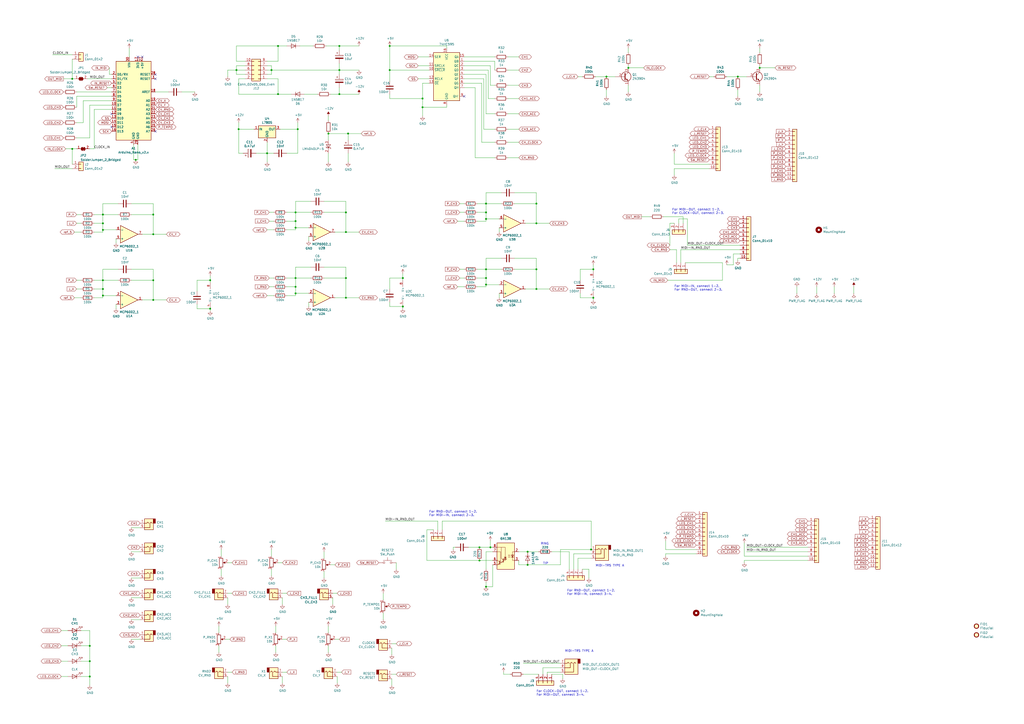
<source format=kicad_sch>
(kicad_sch (version 20230121) (generator eeschema)
  (paper "A2")
  (title_block (title "triggerspace (\"NanoGris-MIDI\")") (date "2020-03-28") (rev "0.042") (company "Andrew Perry (semi-sensible synth)"))
  (junction (at 245.11 57.15))
  (junction (at 226.06 26.67))
  (junction (at 196.85 26.67))
  (junction (at 200.66 172.72))
  (junction (at 281.94 123.19))
  (junction (at 311.15 167.64))
  (junction (at 281.94 156.21))
  (junction (at 171.45 170.18))
  (junction (at 281.94 118.11))
  (junction (at 245.11 62.23))
  (junction (at 88.9 162.56))
  (junction (at 190.5 77.47))
  (junction (at 88.9 173.99))
  (junction (at 121.92 162.56))
  (junction (at 161.29 26.67))
  (junction (at 59.69 167.64))
  (junction (at 200.66 134.62))
  (junction (at 364.49 39.37))
  (junction (at 171.45 132.08))
  (junction (at 311.15 129.54))
  (junction (at 59.69 162.56))
  (junction (at 41.91 86.36))
  (junction (at 157.48 40.64))
  (junction (at 233.68 161.29))
  (junction (at 306.07 327.66))
  (junction (at 281.94 340.36))
  (junction (at 351.79 44.45))
  (junction (at 171.45 128.27))
  (junction (at 344.17 156.21))
  (junction (at 281.94 127))
  (junction (at 278.13 325.12))
  (junction (at 52.07 383.54))
  (junction (at 78.74 92.71))
  (junction (at 311.15 118.11))
  (junction (at 440.69 39.37))
  (junction (at 200.66 161.29))
  (junction (at 281.94 165.1))
  (junction (at 137.16 40.64))
  (junction (at 284.48 317.5))
  (junction (at 201.93 77.47))
  (junction (at 306.07 320.04))
  (junction (at 278.13 317.5))
  (junction (at 171.45 123.19))
  (junction (at 226.06 40.64))
  (junction (at 52.07 374.65))
  (junction (at 200.66 123.19))
  (junction (at 88.9 124.46))
  (junction (at 59.69 171.45))
  (junction (at 161.29 54.61))
  (junction (at 427.99 44.45))
  (junction (at 52.07 392.43))
  (junction (at 154.94 88.9))
  (junction (at 233.68 177.8))
  (junction (at 196.85 40.64))
  (junction (at 41.91 45.72))
  (junction (at 196.85 54.61))
  (junction (at 59.69 133.35))
  (junction (at 138.43 74.93))
  (junction (at 281.94 161.29))
  (junction (at 88.9 135.89))
  (junction (at 171.45 166.37))
  (junction (at 121.92 179.07))
  (junction (at 344.17 172.72))
  (junction (at 342.9 318.77))
  (junction (at 59.69 124.46))
  (junction (at 59.69 129.54))
  (junction (at 311.15 156.21))
  (junction (at 171.45 161.29))
  (junction (at 172.72 74.93))
  (no_connect (at 90.17 43.18))
  (no_connect (at 64.77 73.66))
  (no_connect (at 90.17 45.72))
  (no_connect (at 90.17 76.2))
  (no_connect (at 82.55 33.02))
  (no_connect (at 269.24 55.88))
  (no_connect (at 64.77 66.04))
  (no_connect (at 80.01 33.02))
  (wire (pts (xy 121.92 162.56) (xy 114.3 162.56)))
  (wire (pts (xy 429.26 142.24) (xy 398.78 142.24)))
  (wire (pts (xy 344.17 156.21) (xy 344.17 157.48)))
  (wire (pts (xy 248.92 33.02) (xy 242.57 33.02)))
  (wire (pts (xy 222.25 355.6) (xy 222.25 359.41)))
  (wire (pts (xy 46.99 172.72) (xy 43.18 172.72)))
  (wire (pts (xy 396.24 125.73) (xy 396.24 129.54)))
  (wire (pts (xy 281.94 320.04) (xy 281.94 330.2)))
  (wire (pts (xy 54.61 162.56) (xy 59.69 162.56)))
  (wire (pts (xy 50.8 45.72) (xy 64.77 45.72)))
  (wire (pts (xy 190.5 77.47) (xy 201.93 77.47)))
  (wire (pts (xy 294.64 57.15) (xy 300.99 57.15)))
  (wire (pts (xy 163.83 392.43) (xy 163.83 396.24)))
  (wire (pts (xy 281.94 118.11) (xy 281.94 111.76)))
  (wire (pts (xy 88.9 135.89) (xy 82.55 135.89)))
  (wire (pts (xy 281.94 123.19) (xy 281.94 127)))
  (wire (pts (xy 137.16 43.18) (xy 142.24 43.18)))
  (wire (pts (xy 137.16 40.64) (xy 142.24 40.64)))
  (wire (pts (xy 59.69 172.72) (xy 54.61 172.72)))
  (wire (pts (xy 294.64 91.44) (xy 300.99 91.44)))
  (wire (pts (xy 196.85 54.61) (xy 208.28 54.61)))
  (wire (pts (xy 127 367.03) (xy 127 363.22)))
  (wire (pts (xy 317.5 389.89) (xy 325.12 389.89)))
  (wire (pts (xy 314.96 387.35) (xy 314.96 391.16)))
  (wire (pts (xy 344.17 172.72) (xy 336.55 172.72)))
  (wire (pts (xy 325.12 318.77) (xy 342.9 318.77)))
  (wire (pts (xy 248.92 48.26) (xy 245.11 48.26)))
  (wire (pts (xy 67.31 179.07) (xy 67.31 176.53)))
  (wire (pts (xy 298.45 149.86) (xy 311.15 149.86)))
  (wire (pts (xy 158.75 133.35) (xy 154.94 133.35)))
  (wire (pts (xy 59.69 167.64) (xy 59.69 171.45)))
  (wire (pts (xy 46.99 162.56) (xy 44.45 162.56)))
  (wire (pts (xy 281.94 149.86) (xy 290.83 149.86)))
  (wire (pts (xy 190.5 67.31) (xy 190.5 69.85)))
  (wire (pts (xy 279.4 82.55) (xy 279.4 48.26)))
  (wire (pts (xy 394.97 144.78) (xy 394.97 152.4)))
  (wire (pts (xy 280.67 45.72) (xy 280.67 74.93)))
  (wire (pts (xy 138.43 74.93) (xy 138.43 71.12)))
  (wire (pts (xy 30.48 31.75) (xy 41.91 31.75)))
  (wire (pts (xy 344.17 156.21) (xy 336.55 156.21)))
  (wire (pts (xy 427.99 52.07) (xy 427.99 55.88)))
  (wire (pts (xy 226.06 57.15) (xy 226.06 54.61)))
  (wire (pts (xy 157.48 38.1) (xy 157.48 40.64)))
  (wire (pts (xy 259.08 62.23) (xy 259.08 60.96)))
  (wire (pts (xy 48.26 71.12) (xy 44.45 71.12)))
  (wire (pts (xy 191.77 327.66) (xy 194.31 327.66)))
  (wire (pts (xy 171.45 132.08) (xy 179.07 132.08)))
  (wire (pts (xy 287.02 66.04) (xy 281.94 66.04)))
  (wire (pts (xy 132.08 326.39) (xy 134.62 326.39)))
  (wire (pts (xy 46.99 167.64) (xy 44.45 167.64)))
  (wire (pts (xy 431.8 314.96) (xy 431.8 322.58)))
  (wire (pts (xy 351.79 52.07) (xy 351.79 55.88)))
  (wire (pts (xy 160.02 374.65) (xy 160.02 378.46)))
  (wire (pts (xy 154.94 40.64) (xy 157.48 40.64)))
  (wire (pts (xy 294.64 33.02) (xy 300.99 33.02)))
  (wire (pts (xy 262.89 317.5) (xy 262.89 318.77)))
  (wire (pts (xy 429.26 147.32) (xy 425.45 147.32)))
  (wire (pts (xy 171.45 128.27) (xy 166.37 128.27)))
  (wire (pts (xy 226.06 26.67) (xy 259.08 26.67)))
  (wire (pts (xy 172.72 88.9) (xy 172.72 74.93)))
  (wire (pts (xy 184.15 54.61) (xy 176.53 54.61)))
  (wire (pts (xy 62.23 50.8) (xy 64.77 50.8)))
  (wire (pts (xy 171.45 161.29) (xy 180.34 161.29)))
  (wire (pts (xy 421.64 44.45) (xy 427.99 44.45)))
  (wire (pts (xy 189.23 26.67) (xy 196.85 26.67)))
  (wire (pts (xy 276.86 118.11) (xy 281.94 118.11)))
  (wire (pts (xy 269.24 128.27) (xy 265.43 128.27)))
  (wire (pts (xy 269.24 161.29) (xy 266.7 161.29)))
  (wire (pts (xy 161.29 35.56) (xy 154.94 35.56)))
  (wire (pts (xy 285.75 327.66) (xy 285.75 340.36)))
  (wire (pts (xy 157.48 40.64) (xy 196.85 40.64)))
  (wire (pts (xy 473.71 170.18) (xy 473.71 166.37)))
  (wire (pts (xy 425.45 147.32) (xy 425.45 153.67)))
  (wire (pts (xy 287.02 49.53) (xy 284.48 49.53)))
  (wire (pts (xy 289.56 172.72) (xy 289.56 170.18)))
  (wire (pts (xy 433.07 317.5) (xy 468.63 317.5)))
  (wire (pts (xy 306.07 320.04) (xy 300.99 320.04)))
  (wire (pts (xy 154.94 45.72) (xy 161.29 45.72)))
  (wire (pts (xy 35.56 374.65) (xy 39.37 374.65)))
  (wire (pts (xy 393.7 127) (xy 393.7 129.54)))
  (wire (pts (xy 285.75 340.36) (xy 281.94 340.36)))
  (wire (pts (xy 337.82 44.45) (xy 335.28 44.45)))
  (wire (pts (xy 81.28 370.84) (xy 76.2 370.84)))
  (wire (pts (xy 311.15 129.54) (xy 304.8 129.54)))
  (wire (pts (xy 425.45 153.67) (xy 421.64 153.67)))
  (wire (pts (xy 388.62 129.54) (xy 391.16 129.54)))
  (wire (pts (xy 121.92 180.34) (xy 121.92 179.07)))
  (wire (pts (xy 46.99 374.65) (xy 52.07 374.65)))
  (wire (pts (xy 196.85 26.67) (xy 196.85 29.21)))
  (wire (pts (xy 128.27 322.58) (xy 128.27 318.77)))
  (wire (pts (xy 226.06 40.64) (xy 226.06 26.67)))
  (wire (pts (xy 311.15 167.64) (xy 318.77 167.64)))
  (wire (pts (xy 171.45 171.45) (xy 166.37 171.45)))
  (wire (pts (xy 245.11 62.23) (xy 259.08 62.23)))
  (wire (pts (xy 391.16 95.25) (xy 411.48 95.25)))
  (wire (pts (xy 433.07 44.45) (xy 427.99 44.45)))
  (wire (pts (xy 41.91 45.72) (xy 43.18 45.72)))
  (wire (pts (xy 196.85 40.64) (xy 196.85 43.18)))
  (wire (pts (xy 411.48 97.79) (xy 391.16 97.79)))
  (wire (pts (xy 132.08 392.43) (xy 132.08 396.24)))
  (wire (pts (xy 391.16 97.79) (xy 391.16 101.6)))
  (wire (pts (xy 342.9 318.77) (xy 342.9 302.26)))
  (wire (pts (xy 281.94 165.1) (xy 289.56 165.1)))
  (wire (pts (xy 269.24 166.37) (xy 265.43 166.37)))
  (wire (pts (xy 137.16 26.67) (xy 161.29 26.67)))
  (wire (pts (xy 233.68 161.29) (xy 226.06 161.29)))
  (wire (pts (xy 269.24 43.18) (xy 281.94 43.18)))
  (wire (pts (xy 154.94 88.9) (xy 154.94 93.98)))
  (wire (pts (xy 311.15 167.64) (xy 304.8 167.64)))
  (wire (pts (xy 483.87 166.37) (xy 483.87 170.18)))
  (wire (pts (xy 138.43 54.61) (xy 138.43 45.72)))
  (wire (pts (xy 154.94 88.9) (xy 158.75 88.9)))
  (wire (pts (xy 326.39 391.16) (xy 326.39 393.7)))
  (wire (pts (xy 281.94 337.82) (xy 281.94 340.36)))
  (wire (pts (xy 245.11 62.23) (xy 245.11 67.31)))
  (wire (pts (xy 300.99 325.12) (xy 300.99 327.66)))
  (wire (pts (xy 46.99 365.76) (xy 52.07 365.76)))
  (wire (pts (xy 46.99 383.54) (xy 52.07 383.54)))
  (wire (pts (xy 81.28 320.04) (xy 76.2 320.04)))
  (wire (pts (xy 36.83 45.72) (xy 41.91 45.72)))
  (wire (pts (xy 256.54 302.26) (xy 342.9 302.26)))
  (wire (pts (xy 269.24 35.56) (xy 287.02 35.56)))
  (wire (pts (xy 248.92 40.64) (xy 226.06 40.64)))
  (wire (pts (xy 269.24 40.64) (xy 283.21 40.64)))
  (wire (pts (xy 311.15 129.54) (xy 318.77 129.54)))
  (wire (pts (xy 311.15 111.76) (xy 311.15 118.11)))
  (wire (pts (xy 132.08 40.64) (xy 137.16 40.64)))
  (wire (pts (xy 392.43 144.78) (xy 392.43 152.4)))
  (wire (pts (xy 137.16 38.1) (xy 142.24 38.1)))
  (wire (pts (xy 200.66 161.29) (xy 200.66 172.72)))
  (wire (pts (xy 317.5 389.89) (xy 317.5 391.16)))
  (wire (pts (xy 54.61 63.5) (xy 64.77 63.5)))
  (wire (pts (xy 227.33 373.38) (xy 229.87 373.38)))
  (wire (pts (xy 46.99 129.54) (xy 44.45 129.54)))
  (wire (pts (xy 284.48 313.69) (xy 284.48 317.5)))
  (wire (pts (xy 35.56 392.43) (xy 39.37 392.43)))
  (wire (pts (xy 38.1 86.36) (xy 41.91 86.36)))
  (wire (pts (xy 289.56 134.62) (xy 289.56 132.08)))
  (wire (pts (xy 171.45 133.35) (xy 166.37 133.35)))
  (wire (pts (xy 233.68 177.8) (xy 226.06 177.8)))
  (wire (pts (xy 171.45 166.37) (xy 166.37 166.37)))
  (wire (pts (xy 77.47 83.82) (xy 77.47 92.71)))
  (wire (pts (xy 44.45 62.23) (xy 44.45 55.88)))
  (wire (pts (xy 46.99 124.46) (xy 44.45 124.46)))
  (wire (pts (xy 200.66 172.72) (xy 194.31 172.72)))
  (wire (pts (xy 292.1 389.89) (xy 292.1 391.16)))
  (wire (pts (xy 81.28 306.07) (xy 76.2 306.07)))
  (wire (pts (xy 52.07 60.96) (xy 64.77 60.96)))
  (wire (pts (xy 171.45 166.37) (xy 171.45 170.18)))
  (wire (pts (xy 281.94 161.29) (xy 276.86 161.29)))
  (wire (pts (xy 341.63 330.2) (xy 341.63 335.28)))
  (wire (pts (xy 364.49 30.48) (xy 364.49 27.94)))
  (wire (pts (xy 171.45 123.19) (xy 171.45 116.84)))
  (wire (pts (xy 283.21 57.15) (xy 287.02 57.15)))
  (wire (pts (xy 59.69 118.11) (xy 68.58 118.11)))
  (wire (pts (xy 187.96 161.29) (xy 200.66 161.29)))
  (wire (pts (xy 284.48 38.1) (xy 284.48 49.53)))
  (wire (pts (xy 114.3 179.07) (xy 114.3 176.53)))
  (wire (pts (xy 163.83 370.84) (xy 166.37 370.84)))
  (wire (pts (xy 227.33 391.16) (xy 229.87 391.16)))
  (wire (pts (xy 414.02 44.45) (xy 411.48 44.45)))
  (wire (pts (xy 336.55 172.72) (xy 336.55 170.18)))
  (wire (pts (xy 226.06 177.8) (xy 226.06 175.26)))
  (wire (pts (xy 157.48 322.58) (xy 157.48 318.77)))
  (wire (pts (xy 105.41 53.34) (xy 113.03 53.34)))
  (wire (pts (xy 251.46 307.34) (xy 247.65 307.34)))
  (wire (pts (xy 90.17 53.34) (xy 97.79 53.34)))
  (wire (pts (xy 59.69 134.62) (xy 59.69 133.35)))
  (wire (pts (xy 161.29 54.61) (xy 138.43 54.61)))
  (wire (pts (xy 403.86 321.31) (xy 386.08 321.31)))
  (wire (pts (xy 269.24 118.11) (xy 266.7 118.11)))
  (wire (pts (xy 397.51 152.4) (xy 419.1 152.4)))
  (wire (pts (xy 193.04 346.71) (xy 193.04 350.52)))
  (wire (pts (xy 281.94 156.21) (xy 290.83 156.21)))
  (wire (pts (xy 158.75 128.27) (xy 156.21 128.27)))
  (wire (pts (xy 294.64 49.53) (xy 300.99 49.53)))
  (wire (pts (xy 121.92 160.02) (xy 121.92 162.56)))
  (wire (pts (xy 88.9 124.46) (xy 88.9 135.89)))
  (wire (pts (xy 281.94 320.04) (xy 285.75 320.04)))
  (wire (pts (xy 67.31 140.97) (xy 67.31 138.43)))
  (wire (pts (xy 332.74 321.31) (xy 332.74 330.2)))
  (wire (pts (xy 52.07 374.65) (xy 52.07 383.54)))
  (wire (pts (xy 419.1 152.4) (xy 419.1 162.56)))
  (wire (pts (xy 276.86 156.21) (xy 281.94 156.21)))
  (wire (pts (xy 387.35 162.56) (xy 419.1 162.56)))
  (wire (pts (xy 325.12 327.66) (xy 325.12 318.77)))
  (wire (pts (xy 114.3 162.56) (xy 114.3 168.91)))
  (wire (pts (xy 59.69 124.46) (xy 68.58 124.46)))
  (wire (pts (xy 200.66 116.84) (xy 200.66 123.19)))
  (wire (pts (xy 336.55 156.21) (xy 336.55 162.56)))
  (wire (pts (xy 196.85 36.83) (xy 196.85 40.64)))
  (wire (pts (xy 52.07 392.43) (xy 52.07 383.54)))
  (wire (pts (xy 163.83 389.89) (xy 166.37 389.89)))
  (wire (pts (xy 229.87 326.39) (xy 229.87 330.2)))
  (wire (pts (xy 201.93 88.9) (xy 201.93 93.98)))
  (wire (pts (xy 44.45 80.01) (xy 52.07 80.01)))
  (wire (pts (xy 161.29 26.67) (xy 166.37 26.67)))
  (wire (pts (xy 59.69 156.21) (xy 68.58 156.21)))
  (wire (pts (xy 287.02 35.56) (xy 287.02 40.64)))
  (wire (pts (xy 311.15 156.21) (xy 311.15 167.64)))
  (wire (pts (xy 196.85 40.64) (xy 208.28 40.64)))
  (wire (pts (xy 391.16 88.9) (xy 391.16 95.25)))
  (wire (pts (xy 52.07 86.36) (xy 54.61 86.36)))
  (wire (pts (xy 284.48 317.5) (xy 278.13 317.5)))
  (wire (pts (xy 285.75 325.12) (xy 278.13 325.12)))
  (wire (pts (xy 166.37 123.19) (xy 171.45 123.19)))
  (wire (pts (xy 31.75 97.79) (xy 41.91 97.79)))
  (wire (pts (xy 195.58 389.89) (xy 198.12 389.89)))
  (wire (pts (xy 256.54 307.34) (xy 256.54 302.26)))
  (wire (pts (xy 306.07 327.66) (xy 325.12 327.66)))
  (wire (pts (xy 59.69 124.46) (xy 59.69 118.11)))
  (wire (pts (xy 128.27 330.2) (xy 128.27 334.01)))
  (wire (pts (xy 440.69 39.37) (xy 449.58 39.37)))
  (wire (pts (xy 132.08 346.71) (xy 132.08 350.52)))
  (wire (pts (xy 431.8 322.58) (xy 468.63 322.58)))
  (wire (pts (xy 303.53 391.16) (xy 312.42 391.16)))
  (wire (pts (xy 440.69 30.48) (xy 440.69 27.94)))
  (wire (pts (xy 303.53 384.81) (xy 325.12 384.81)))
  (wire (pts (xy 157.48 43.18) (xy 154.94 43.18)))
  (wire (pts (xy 171.45 161.29) (xy 171.45 154.94)))
  (wire (pts (xy 468.63 325.12) (xy 431.8 325.12)))
  (wire (pts (xy 269.24 33.02) (xy 287.02 33.02)))
  (wire (pts (xy 223.52 302.26) (xy 254 302.26)))
  (wire (pts (xy 281.94 127) (xy 289.56 127)))
  (wire (pts (xy 161.29 326.39) (xy 163.83 326.39)))
  (wire (pts (xy 269.24 123.19) (xy 266.7 123.19)))
  (wire (pts (xy 160.02 367.03) (xy 160.02 363.22)))
  (wire (pts (xy 138.43 88.9) (xy 140.97 88.9)))
  (wire (pts (xy 88.9 173.99) (xy 96.52 173.99)))
  (wire (pts (xy 196.85 54.61) (xy 191.77 54.61)))
  (wire (pts (xy 59.69 133.35) (xy 67.31 133.35)))
  (wire (pts (xy 88.9 173.99) (xy 82.55 173.99)))
  (wire (pts (xy 187.96 323.85) (xy 187.96 320.04)))
  (wire (pts (xy 77.47 92.71) (xy 78.74 92.71)))
  (wire (pts (xy 247.65 325.12) (xy 278.13 325.12)))
  (wire (pts (xy 130.81 370.84) (xy 133.35 370.84)))
  (wire (pts (xy 54.61 124.46) (xy 59.69 124.46)))
  (wire (pts (xy 495.3 170.18) (xy 495.3 166.37)))
  (wire (pts (xy 187.96 116.84) (xy 200.66 116.84)))
  (wire (pts (xy 48.26 58.42) (xy 64.77 58.42)))
  (wire (pts (xy 254 307.34) (xy 254 302.26)))
  (wire (pts (xy 74.93 33.02) (xy 74.93 27.94)))
  (wire (pts (xy 298.45 111.76) (xy 311.15 111.76)))
  (wire (pts (xy 384.81 125.73) (xy 396.24 125.73)))
  (wire (pts (xy 168.91 54.61) (xy 161.29 54.61)))
  (wire (pts (xy 226.06 161.29) (xy 226.06 167.64)))
  (wire (pts (xy 48.26 58.42) (xy 48.26 71.12)))
  (wire (pts (xy 200.66 134.62) (xy 194.31 134.62)))
  (wire (pts (xy 345.44 44.45) (xy 351.79 44.45)))
  (wire (pts (xy 171.45 171.45) (xy 171.45 170.18)))
  (wire (pts (xy 166.37 88.9) (xy 172.72 88.9)))
  (wire (pts (xy 393.7 127) (xy 398.78 127)))
  (wire (pts (xy 154.94 38.1) (xy 157.48 38.1)))
  (wire (pts (xy 88.9 118.11) (xy 88.9 124.46)))
  (wire (pts (xy 158.75 123.19) (xy 156.21 123.19)))
  (wire (pts (xy 440.69 49.53) (xy 440.69 53.34)))
  (wire (pts (xy 190.5 88.9) (xy 190.5 93.98)))
  (wire (pts (xy 201.93 77.47) (xy 209.55 77.47)))
  (wire (pts (xy 171.45 123.19) (xy 171.45 128.27)))
  (wire (pts (xy 320.04 391.16) (xy 326.39 391.16)))
  (wire (pts (xy 171.45 128.27) (xy 171.45 132.08)))
  (wire (pts (xy 233.68 161.29) (xy 233.68 162.56)))
  (wire (pts (xy 269.24 38.1) (xy 284.48 38.1)))
  (wire (pts (xy 388.62 144.78) (xy 392.43 144.78)))
  (wire (pts (xy 275.59 91.44) (xy 287.02 91.44)))
  (wire (pts (xy 44.45 55.88) (xy 64.77 55.88)))
  (wire (pts (xy 190.5 367.03) (xy 190.5 363.22)))
  (wire (pts (xy 269.24 45.72) (xy 280.67 45.72)))
  (wire (pts (xy 81.28 346.71) (xy 76.2 346.71)))
  (wire (pts (xy 245.11 57.15) (xy 245.11 62.23)))
  (wire (pts (xy 386.08 318.77) (xy 403.86 318.77)))
  (wire (pts (xy 364.49 49.53) (xy 364.49 53.34)))
  (wire (pts (xy 137.16 35.56) (xy 137.16 26.67)))
  (wire (pts (xy 364.49 39.37) (xy 373.38 39.37)))
  (wire (pts (xy 46.99 392.43) (xy 52.07 392.43)))
  (wire (pts (xy 78.74 92.71) (xy 80.01 92.71)))
  (wire (pts (xy 46.99 134.62) (xy 43.18 134.62)))
  (wire (pts (xy 200.66 172.72) (xy 208.28 172.72)))
  (wire (pts (xy 80.01 92.71) (xy 80.01 83.82)))
  (wire (pts (xy 281.94 128.27) (xy 276.86 128.27)))
  (wire (pts (xy 356.87 44.45) (xy 351.79 44.45)))
  (wire (pts (xy 281.94 118.11) (xy 281.94 123.19)))
  (wire (pts (xy 226.06 40.64) (xy 226.06 46.99)))
  (wire (pts (xy 284.48 317.5) (xy 285.75 317.5)))
  (wire (pts (xy 76.2 118.11) (xy 88.9 118.11)))
  (wire (pts (xy 76.2 162.56) (xy 88.9 162.56)))
  (wire (pts (xy 440.69 39.37) (xy 440.69 38.1)))
  (wire (pts (xy 200.66 134.62) (xy 208.28 134.62)))
  (wire (pts (xy 281.94 111.76) (xy 290.83 111.76)))
  (wire (pts (xy 372.11 125.73) (xy 377.19 125.73)))
  (wire (pts (xy 269.24 48.26) (xy 279.4 48.26)))
  (wire (pts (xy 275.59 50.8) (xy 275.59 91.44)))
  (wire (pts (xy 247.65 307.34) (xy 247.65 325.12)))
  (wire (pts (xy 312.42 320.04) (xy 306.07 320.04)))
  (wire (pts (xy 292.1 391.16) (xy 295.91 391.16)))
  (wire (pts (xy 394.97 144.78) (xy 429.26 144.78)))
  (wire (pts (xy 300.99 327.66) (xy 306.07 327.66)))
  (wire (pts (xy 59.69 172.72) (xy 59.69 171.45)))
  (wire (pts (xy 342.9 323.85) (xy 335.28 323.85)))
  (wire (pts (xy 195.58 392.43) (xy 195.58 396.24)))
  (wire (pts (xy 281.94 156.21) (xy 281.94 161.29)))
  (wire (pts (xy 59.69 124.46) (xy 59.69 129.54)))
  (wire (pts (xy 157.48 330.2) (xy 157.48 334.01)))
  (wire (pts (xy 41.91 86.36) (xy 41.91 95.25)))
  (wire (pts (xy 59.69 162.56) (xy 68.58 162.56)))
  (wire (pts (xy 433.07 320.04) (xy 468.63 320.04)))
  (wire (pts (xy 127 374.65) (xy 127 378.46)))
  (wire (pts (xy 154.94 88.9) (xy 148.59 88.9)))
  (wire (pts (xy 269.24 50.8) (xy 275.59 50.8)))
  (wire (pts (xy 278.13 317.5) (xy 271.78 317.5)))
  (wire (pts (xy 429.26 149.86) (xy 427.99 149.86)))
  (wire (pts (xy 59.69 167.64) (xy 54.61 167.64)))
  (wire (pts (xy 158.75 171.45) (xy 154.94 171.45)))
  (wire (pts (xy 88.9 162.56) (xy 88.9 173.99)))
  (wire (pts (xy 298.45 156.21) (xy 311.15 156.21)))
  (wire (pts (xy 233.68 158.75) (xy 233.68 161.29)))
  (wire (pts (xy 281.94 156.21) (xy 281.94 149.86)))
  (wire (pts (xy 200.66 154.94) (xy 200.66 161.29)))
  (wire (pts (xy 171.45 161.29) (xy 171.45 166.37)))
  (wire (pts (xy 294.64 40.64) (xy 300.99 40.64)))
  (wire (pts (xy 59.69 162.56) (xy 59.69 167.64)))
  (wire (pts (xy 63.5 43.18) (xy 64.77 43.18)))
  (wire (pts (xy 121.92 162.56) (xy 121.92 163.83)))
  (wire (pts (xy 59.69 129.54) (xy 59.69 133.35)))
  (wire (pts (xy 161.29 26.67) (xy 161.29 35.56)))
  (wire (pts (xy 194.31 370.84) (xy 196.85 370.84)))
  (wire (pts (xy 59.69 134.62) (xy 54.61 134.62)))
  (wire (pts (xy 157.48 40.64) (xy 157.48 43.18)))
  (wire (pts (xy 171.45 170.18) (xy 179.07 170.18)))
  (wire (pts (xy 137.16 40.64) (xy 137.16 43.18)))
  (wire (pts (xy 248.92 45.72) (xy 242.57 45.72)))
  (wire (pts (xy 264.16 317.5) (xy 262.89 317.5)))
  (wire (pts (xy 227.33 393.7) (xy 227.33 397.51)))
  (wire (pts (xy 132.08 389.89) (xy 134.62 389.89)))
  (wire (pts (xy 259.08 26.67) (xy 259.08 27.94)))
  (wire (pts (xy 281.94 161.29) (xy 281.94 165.1)))
  (wire (pts (xy 222.25 347.98) (xy 222.25 344.17)))
  (wire (pts (xy 81.28 359.41) (xy 76.2 359.41)))
  (wire (pts (xy 364.49 39.37) (xy 364.49 38.1)))
  (wire (pts (xy 171.45 116.84) (xy 180.34 116.84)))
  (wire (pts (xy 233.68 179.07) (xy 233.68 177.8)))
  (wire (pts (xy 166.37 161.29) (xy 171.45 161.29)))
  (wire (pts (xy 294.64 82.55) (xy 300.99 82.55)))
  (wire (pts (xy 138.43 74.93) (xy 138.43 88.9)))
  (wire (pts (xy 137.16 38.1) (xy 137.16 40.64)))
  (wire (pts (xy 59.69 162.56) (xy 59.69 156.21)))
  (wire (pts (xy 245.11 48.26) (xy 245.11 57.15)))
  (wire (pts (xy 158.75 166.37) (xy 156.21 166.37)))
  (wire (pts (xy 200.66 123.19) (xy 200.66 134.62)))
  (wire (pts (xy 190.5 374.65) (xy 190.5 378.46)))
  (wire (pts (xy 281.94 128.27) (xy 281.94 127)))
  (wire (pts (xy 388.62 142.24) (xy 388.62 129.54)))
  (wire (pts (xy 344.17 153.67) (xy 344.17 156.21)))
  (wire (pts (xy 63.5 39.37) (xy 63.5 43.18)))
  (wire (pts (xy 335.28 323.85) (xy 335.28 330.2)))
  (wire (pts (xy 81.28 335.28) (xy 76.2 335.28)))
  (wire (pts (xy 138.43 74.93) (xy 147.32 74.93)))
  (wire (pts (xy 161.29 45.72) (xy 161.29 54.61)))
  (wire (pts (xy 226.06 57.15) (xy 245.11 57.15)))
  (wire (pts (xy 35.56 365.76) (xy 39.37 365.76)))
  (wire (pts (xy 281.94 166.37) (xy 276.86 166.37)))
  (wire (pts (xy 132.08 40.64) (xy 132.08 44.45)))
  (wire (pts (xy 158.75 161.29) (xy 156.21 161.29)))
  (wire (pts (xy 248.92 38.1) (xy 242.57 38.1)))
  (wire (pts (xy 298.45 118.11) (xy 311.15 118.11)))
  (wire (pts (xy 52.07 80.01) (xy 52.07 60.96)))
  (wire (pts (xy 281.94 123.19) (xy 276.86 123.19)))
  (wire (pts (xy 283.21 40.64) (xy 283.21 57.15)))
  (wire (pts (xy 171.45 133.35) (xy 171.45 132.08)))
  (wire (pts (xy 163.83 344.17) (xy 166.37 344.17)))
  (wire (pts (xy 386.08 321.31) (xy 386.08 322.58)))
  (wire (pts (xy 269.24 156.21) (xy 266.7 156.21)))
  (wire (pts (xy 427.99 149.86) (xy 427.99 151.13)))
  (wire (pts (xy 171.45 123.19) (xy 180.34 123.19)))
  (wire (pts (xy 76.2 124.46) (xy 88.9 124.46)))
  (wire (pts (xy 187.96 331.47) (xy 187.96 335.28)))
  (wire (pts (xy 344.17 173.99) (xy 344.17 172.72)))
  (wire (pts (xy 137.16 35.56) (xy 142.24 35.56)))
  (wire (pts (xy 154.94 82.55) (xy 154.94 88.9)))
  (wire (pts (xy 35.56 383.54) (xy 39.37 383.54)))
  (wire (pts (xy 398.78 142.24) (xy 398.78 127)))
  (wire (pts (xy 138.43 45.72) (xy 142.24 45.72)))
  (wire (pts (xy 196.85 54.61) (xy 196.85 50.8)))
  (wire (pts (xy 187.96 123.19) (xy 200.66 123.19)))
  (wire (pts (xy 59.69 171.45) (xy 67.31 171.45)))
  (wire (pts (xy 311.15 118.11) (xy 311.15 129.54)))
  (wire (pts (xy 76.2 156.21) (xy 88.9 156.21)))
  (wire (pts (xy 190.5 81.28) (xy 190.5 77.47)))
  (wire (pts (xy 281.94 166.37) (xy 281.94 165.1)))
  (wire (pts (xy 330.2 320.04) (xy 330.2 330.2)))
  (wire (pts (xy 41.91 34.29) (xy 41.91 45.72)))
  (wire (pts (xy 196.85 26.67) (xy 208.28 26.67)))
  (wire (pts (xy 41.91 86.36) (xy 44.45 86.36)))
  (wire (pts (xy 54.61 86.36) (xy 54.61 63.5)))
  (wire (pts (xy 279.4 82.55) (xy 287.02 82.55)))
  (wire (pts (xy 52.07 392.43) (xy 52.07 397.51)))
  (wire (pts (xy 294.64 74.93) (xy 300.99 74.93)))
  (wire (pts (xy 281.94 43.18) (xy 281.94 66.04)))
  (wire (pts (xy 172.72 74.93) (xy 172.72 71.12)))
  (wire (pts (xy 342.9 321.31) (xy 332.74 321.31)))
  (wire (pts (xy 163.83 346.71) (xy 163.83 350.52)))
  (wire (pts (xy 462.28 166.37) (xy 462.28 170.18)))
  (wire (pts (xy 431.8 325.12) (xy 431.8 326.39)))
  (wire (pts (xy 187.96 154.94) (xy 200.66 154.94)))
  (wire (pts (xy 227.33 375.92) (xy 227.33 379.73)))
  (wire (pts (xy 171.45 154.94) (xy 180.34 154.94)))
  (wire (pts (xy 59.69 129.54) (xy 54.61 129.54)))
  (wire (pts (xy 44.45 53.34) (xy 64.77 53.34)))
  (wire (pts (xy 201.93 77.47) (xy 201.93 81.28)))
  (wire (pts (xy 281.94 118.11) (xy 290.83 118.11)))
  (wire (pts (xy 325.12 387.35) (xy 314.96 387.35)))
  (wire (pts (xy 193.04 344.17) (xy 195.58 344.17)))
  (wire (pts (xy 311.15 149.86) (xy 311.15 156.21)))
  (wire (pts (xy 294.64 66.04) (xy 300.99 66.04)))
  (wire (pts (xy 320.04 320.04) (xy 330.2 320.04)))
  (wire (pts (xy 179.07 177.8) (xy 179.07 175.26)))
  (wire (pts (xy 52.07 365.76) (xy 52.07 374.65)))
  (wire (pts (xy 287.02 74.93) (xy 280.67 74.93)))
  (wire (pts (xy 88.9 156.21) (xy 88.9 162.56)))
  (wire (pts (xy 88.9 135.89) (xy 96.52 135.89)))
  (wire (pts (xy 121.92 179.07) (xy 114.3 179.07)))
  (wire (pts (xy 337.82 330.2) (xy 341.63 330.2)))
  (wire (pts (xy 179.07 139.7) (xy 179.07 137.16)))
  (wire (pts (xy 172.72 74.93) (xy 162.56 74.93)))
  (wire (pts (xy 173.99 26.67) (xy 181.61 26.67)))
  (wire (pts (xy 386.08 313.69) (xy 386.08 318.77)))
  (wire (pts (xy 132.08 344.17) (xy 134.62 344.17)))
  (text "For MIDI-OUT, connect 1-2.\nFor CLOCK-OUT, connect 2-3." (at 389.89 124.46 0) (effects (font (size 1.27 1.27)) (justify left bottom)))
  (text "For RND-OUT, connect 1-2.\nFor MIDI-IN, connect 3-4." (at 328.93 345.44 0) (effects (font (size 1.27 1.27)) (justify left bottom)))
  (text "For MIDI-IN, connect 1-2.\nFor RND-OUT, connect 2-3." (at 391.16 168.91 0) (effects (font (size 1.27 1.27)) (justify left bottom)))
  (text "RING" (at 313.69 316.23 0) (effects (font (size 1.27 1.27)) (justify left bottom)))
  (text "For CLOCK-OUT, connect 1-2.\nFor MIDI-OUT, connect 3-4." (at 311.15 403.86 0) (effects (font (size 1.27 1.27)) (justify left bottom)))
  (text "TIP" (at 314.96 327.66 0) (effects (font (size 1.27 1.27)) (justify left bottom)))
  (text "MIDI-TRS TYPE A" (at 327.66 378.46 0) (effects (font (size 1.27 1.27)) (justify left bottom)))
  (text "For RND-OUT, connect 1-2.\nFor MIDI-IN, connect 2-3." (at 248.92 299.72 0) (effects (font (size 1.27 1.27)) (justify left bottom)))
  (text "MIDI-TRS TYPE A" (at 345.44 328.93 0) (effects (font (size 1.27 1.27)) (justify left bottom)))
  (label "CLOCK_IN" (at 54.61 86.36 0))
  (label "CLOCK_IN" (at 30.48 31.75 0))
  (label "MIDI-IN_RND_OUT" (at 433.07 320.04 0))
  (label "MIDI_OUT" (at 31.75 97.79 0))
  (label "MIDI_OUT-CLOCK_OUT" (at 433.07 317.5 0))
  (label "MIDI-IN_RND_OUT" (at 394.97 144.78 0))
  (label "MIDI_OUT-CLOCK_OUT" (at 398.78 142.24 0))
  (label "MIDI_OUT-CLOCK_OUT" (at 303.53 384.81 0))
  (label "MIDI-IN_RND_OUT" (at 223.52 302.26 0))
  (label "MIDI_OUT" (at 52.07 45.72 0))
  (global_label "J_CH2" (shape input) (at 504.19 311.15 180) (property "Intersheetrefs" "${INTERSHEET_REFS}" (effects hide)))
  (global_label "IN_CLOCK" (shape bidirectional) (at 373.38 39.37 0) (property "Intersheetrefs" "${INTERSHEET_REFS}" (effects hide)))
  (global_label "CV_X" (shape bidirectional) (at 90.17 58.42 0) (property "Intersheetrefs" "${INTERSHEET_REFS}" (effects hide)))
  (global_label "CV_CH3" (shape bidirectional) (at 318.77 129.54 0) (property "Intersheetrefs" "${INTERSHEET_REFS}" (effects hide)))
  (global_label "CV_Y" (shape bidirectional) (at 90.17 60.96 0) (property "Intersheetrefs" "${INTERSHEET_REFS}" (effects hide)))
  (global_label "J_Y" (shape input) (at 455.93 83.82 180) (property "Intersheetrefs" "${INTERSHEET_REFS}" (effects hide)))
  (global_label "J_CH2" (shape input) (at 166.37 344.17 0) (property "Intersheetrefs" "${INTERSHEET_REFS}" (effects hide)))
  (global_label "CH1_ACC" (shape bidirectional) (at 81.28 344.17 180) (property "Intersheetrefs" "${INTERSHEET_REFS}" (effects hide)))
  (global_label "LED_CH2" (shape bidirectional) (at 35.56 374.65 180) (property "Intersheetrefs" "${INTERSHEET_REFS}" (effects hide)))
  (global_label "J_CH3" (shape input) (at 266.7 123.19 180) (property "Intersheetrefs" "${INTERSHEET_REFS}" (effects hide)))
  (global_label "CH3_ACC" (shape bidirectional) (at 468.63 314.96 180) (property "Intersheetrefs" "${INTERSHEET_REFS}" (effects hide)))
  (global_label "CH1_ACC" (shape bidirectional) (at 468.63 309.88 180) (property "Intersheetrefs" "${INTERSHEET_REFS}" (effects hide)))
  (global_label "J_RESET" (shape bidirectional) (at 411.48 44.45 180) (property "Intersheetrefs" "${INTERSHEET_REFS}" (effects hide)))
  (global_label "P_TEMPO" (shape bidirectional) (at 90.17 73.66 0) (property "Intersheetrefs" "${INTERSHEET_REFS}" (effects hide)))
  (global_label "CH3_ACC" (shape bidirectional) (at 429.26 139.7 180) (property "Intersheetrefs" "${INTERSHEET_REFS}" (effects hide)))
  (global_label "CH2" (shape bidirectional) (at 429.26 129.54 180) (property "Intersheetrefs" "${INTERSHEET_REFS}" (effects hide)))
  (global_label "J_X" (shape input) (at 44.45 167.64 180) (property "Intersheetrefs" "${INTERSHEET_REFS}" (effects hide)))
  (global_label "P_RND" (shape input) (at 504.19 326.39 180) (property "Intersheetrefs" "${INTERSHEET_REFS}" (effects hide)))
  (global_label "ref_5" (shape bidirectional) (at 154.94 133.35 180) (property "Intersheetrefs" "${INTERSHEET_REFS}" (effects hide)))
  (global_label "J_Y" (shape input) (at 198.12 389.89 0) (property "Intersheetrefs" "${INTERSHEET_REFS}" (effects hide)))
  (global_label "CH3_ACC" (shape bidirectional) (at 81.28 368.3 180) (property "Intersheetrefs" "${INTERSHEET_REFS}" (effects hide)))
  (global_label "LED_CH1" (shape bidirectional) (at 411.48 80.01 180) (property "Intersheetrefs" "${INTERSHEET_REFS}" (effects hide)))
  (global_label "J_RESET" (shape bidirectional) (at 403.86 300.99 180) (property "Intersheetrefs" "${INTERSHEET_REFS}" (effects hide)))
  (global_label "P_CH1" (shape input) (at 156.21 123.19 180) (property "Intersheetrefs" "${INTERSHEET_REFS}" (effects hide)))
  (global_label "J_RND" (shape input) (at 134.62 389.89 0) (property "Intersheetrefs" "${INTERSHEET_REFS}" (effects hide)))
  (global_label "P_X" (shape input) (at 166.37 370.84 0) (property "Intersheetrefs" "${INTERSHEET_REFS}" (effects hide)))
  (global_label "CV_CH1" (shape bidirectional) (at 90.17 66.04 0) (property "Intersheetrefs" "${INTERSHEET_REFS}" (effects hide)))
  (global_label "LED_CH3" (shape bidirectional) (at 35.56 383.54 180) (property "Intersheetrefs" "${INTERSHEET_REFS}" (effects hide)))
  (global_label "CV_CH2" (shape bidirectional) (at 90.17 68.58 0) (property "Intersheetrefs" "${INTERSHEET_REFS}" (effects hide)))
  (global_label "LED_CH2" (shape bidirectional) (at 411.48 82.55 180) (property "Intersheetrefs" "${INTERSHEET_REFS}" (effects hide)))
  (global_label "ref_5" (shape bidirectional) (at 265.43 166.37 180) (property "Intersheetrefs" "${INTERSHEET_REFS}" (effects hide)))
  (global_label "J_CH3" (shape input) (at 455.93 93.98 180) (property "Intersheetrefs" "${INTERSHEET_REFS}" (effects hide)))
  (global_label "LED_CLOCK" (shape bidirectional) (at 35.56 392.43 180) (property "Intersheetrefs" "${INTERSHEET_REFS}" (effects hide)))
  (global_label "J_CLK" (shape bidirectional) (at 411.48 74.93 180) (property "Intersheetrefs" "${INTERSHEET_REFS}" (effects hide)))
  (global_label "J_RND" (shape input) (at 156.21 166.37 180) (property "Intersheetrefs" "${INTERSHEET_REFS}" (effects hide)))
  (global_label "CH3" (shape bidirectional) (at 468.63 307.34 180) (property "Intersheetrefs" "${INTERSHEET_REFS}" (effects hide)))
  (global_label "SCK" (shape bidirectional) (at 242.57 38.1 180) (property "Intersheetrefs" "${INTERSHEET_REFS}" (effects hide)))
  (global_label "CH1" (shape bidirectional) (at 300.99 33.02 0) (property "Intersheetrefs" "${INTERSHEET_REFS}" (effects hide)))
  (global_label "CV_RND" (shape bidirectional) (at 90.17 63.5 0) (property "Intersheetrefs" "${INTERSHEET_REFS}" (effects hide)))
  (global_label "J_X" (shape input) (at 504.19 300.99 180) (property "Intersheetrefs" "${INTERSHEET_REFS}" (effects hide)))
  (global_label "CH1" (shape bidirectional) (at 468.63 302.26 180) (property "Intersheetrefs" "${INTERSHEET_REFS}" (effects hide)))
  (global_label "CH_RND" (shape bidirectional) (at 300.99 91.44 0) (property "Intersheetrefs" "${INTERSHEET_REFS}" (effects hide)))
  (global_label "MOSI" (shape bidirectional) (at 242.57 33.02 180) (property "Intersheetrefs" "${INTERSHEET_REFS}" (effects hide)))
  (global_label "CH2_ACC" (shape bidirectional) (at 429.26 137.16 180) (property "Intersheetrefs" "${INTERSHEET_REFS}" (effects hide)))
  (global_label "J_RND" (shape input) (at 504.19 328.93 180) (property "Intersheetrefs" "${INTERSHEET_REFS}" (effects hide)))
  (global_label "LED_CH3" (shape bidirectional) (at 403.86 308.61 180) (property "Intersheetrefs" "${INTERSHEET_REFS}" (effects hide)))
  (global_label "P_TEMPO" (shape bidirectional) (at 403.86 311.15 180) (property "Intersheetrefs" "${INTERSHEET_REFS}" (effects hide)))
  (global_label "P_CH3" (shape input) (at 194.31 327.66 0) (property "Intersheetrefs" "${INTERSHEET_REFS}" (effects hide)))
  (global_label "J_CH2" (shape input) (at 266.7 161.29 180) (property "Intersheetrefs" "${INTERSHEET_REFS}" (effects hide)))
  (global_label "SS" (shape bidirectional) (at 242.57 45.72 180) (property "Intersheetrefs" "${INTERSHEET_REFS}" (effects hide)))
  (global_label "LED_CLOCK" (shape bidirectional) (at 411.48 90.17 180) (property "Intersheetrefs" "${INTERSHEET_REFS}" (effects hide)))
  (global_label "LED_CH3" (shape bidirectional) (at 411.48 85.09 180) (property "Intersheetrefs" "${INTERSHEET_REFS}" (effects hide)))
  (global_label "ref_5" (shape bidirectional) (at 209.55 77.47 0) (property "Intersheetrefs" "${INTERSHEET_REFS}" (effects hide)))
  (global_label "ref_5" (shape bidirectional) (at 43.18 172.72 180) (property "Intersheetrefs" "${INTERSHEET_REFS}" (effects hide)))
  (global_label "P_Y" (shape input) (at 455.93 81.28 180) (property "Intersheetrefs" "${INTERSHEET_REFS}" (effects hide)))
  (global_label "J_CH3" (shape input) (at 195.58 344.17 0) (property "Intersheetrefs" "${INTERSHEET_REFS}" (effects hide)))
  (global_label "CH2_ACC" (shape bidirectional) (at 300.99 66.04 0) (property "Intersheetrefs" "${INTERSHEET_REFS}" (effects hide)))
  (global_label "CH_RND" (shape bidirectional) (at 388.62 144.78 180) (property "Intersheetrefs" "${INTERSHEET_REFS}" (effects hide)))
  (global_label "P_CH3" (shape input) (at 455.93 91.44 180) (property "Intersheetrefs" "${INTERSHEET_REFS}" (effects hide)))
  (global_label "CH2_ACC" (shape bidirectional) (at 468.63 312.42 180) (property "Intersheetrefs" "${INTERSHEET_REFS}" (effects hide)))
  (global_label "SCK" (shape bidirectional) (at 64.77 76.2 180) (property "Intersheetrefs" "${INTERSHEET_REFS}" (effects hide)))
  (global_label "LED_CH1" (shape bidirectional) (at 403.86 303.53 180) (property "Intersheetrefs" "${INTERSHEET_REFS}" (effects hide)))
  (global_label "J_CH1" (shape input) (at 156.21 128.27 180) (property "Intersheetrefs" "${INTERSHEET_REFS}" (effects hide)))
  (global_label "ref_5" (shape bidirectional) (at 265.43 128.27 180) (property "Intersheetrefs" "${INTERSHEET_REFS}" (effects hide)))
  (global_label "CH_RND" (shape bidirectional) (at 429.26 317.5 180) (property "Intersheetrefs" "${INTERSHEET_REFS}" (effects hide)))
  (global_label "J_CLK" (shape bidirectional) (at 403.86 298.45 180) (property "Intersheetrefs" "${INTERSHEET_REFS}" (effects hide)))
  (global_label "P_RND" (shape input) (at 156.21 161.29 180) (property "Intersheetrefs" "${INTERSHEET_REFS}" (effects hide)))
  (global_label "LED_CLOCK" (shape bidirectional) (at 403.86 313.69 180) (property "Intersheetrefs" "${INTERSHEET_REFS}" (effects hide)))
  (global_label "J_X" (shape input) (at 166.37 389.89 0) (property "Intersheetrefs" "${INTERSHEET_REFS}" (effects hide)))
  (global_label "CV_CH1" (shape bidirectional) (at 208.28 134.62 0) (property "Intersheetrefs" "${INTERSHEET_REFS}" (effects hide)))
  (global_label "CH2_ACC" (shape bidirectional) (at 81.28 356.87 180) (property "Intersheetrefs" "${INTERSHEET_REFS}" (effects hide)))
  (global_label "P_CH1" (shape input) (at 134.62 326.39 0) (property "Intersheetrefs" "${INTERSHEET_REFS}" (effects hide)))
  (global_label "SW_RESET" (shape bidirectional) (at 62.23 50.8 180) (property "Intersheetrefs" "${INTERSHEET_REFS}" (effects hide)))
  (global_label "P_CH3" (shape input) (at 266.7 118.11 180) (property "Intersheetrefs" "${INTERSHEET_REFS}" (effects hide)))
  (global_label "J_Y" (shape input) (at 504.19 308.61 180) (property "Intersheetrefs" "${INTERSHEET_REFS}" (effects hide)))
  (global_label "CH2" (shape bidirectional) (at 468.63 304.8 180) (property "Intersheetrefs" "${INTERSHEET_REFS}" (effects hide)))
  (global_label "P_Y" (shape input) (at 504.19 306.07 180) (property "Intersheetrefs" "${INTERSHEET_REFS}" (effects hide)))
  (global_label "LED_CH2" (shape bidirectional) (at 403.86 306.07 180) (property "Intersheetrefs" "${INTERSHEET_REFS}" (effects hide)))
  (global_label "LED_CH3" (shape bidirectional) (at 36.83 62.23 180) (property "Intersheetrefs" "${INTERSHEET_REFS}" (effects hide)))
  (global_label "SW_RESET" (shape bidirectional) (at 403.86 316.23 180) (property "Intersheetrefs" "${INTERSHEET_REFS}" (effects hide)))
  (global_label "IN_RESET" (shape bidirectional) (at 449.58 39.37 0) (property "Intersheetrefs" "${INTERSHEET_REFS}" (effects hide)))
  (global_label "J_CH1" (shape input) (at 134.62 344.17 0) (property "Intersheetrefs" "${INTERSHEET_REFS}" (effects hide)))
  (global_label "IN_CLOCK" (shape bidirectional) (at 38.1 86.36 180) (property "Intersheetrefs" "${INTERSHEET_REFS}" (effects hide)))
  (global_label "J_RND" (shape input) (at 455.93 104.14 180) (property "Intersheetrefs" "${INTERSHEET_REFS}" (effects hide)))
  (global_label "P_CH1" (shape input) (at 455.93 96.52 180) (property "Intersheetrefs" "${INTERSHEET_REFS}" (effects hide)))
  (global_label "P_X" (shape input) (at 44.45 162.56 180) (property "Intersheetrefs" "${INTERSHEET_REFS}" (effects hide)))
  (global_label "P_RND" (shape input) (at 133.35 370.84 0) (property "Intersheetrefs" "${INTERSHEET_REFS}" (effects hide)))
  (global_label "J_X" (shape input) (at 455.93 76.2 180) (property "Intersheetrefs" "${INTERSHEET_REFS}" (effects hide)))
  (global_label "CH3" (shape bidirectional) (at 81.28 332.74 180) (property "Intersheetrefs" "${INTERSHEET_REFS}" (effects hide)))
  (global_label "P_CH2" (shape input) (at 455.93 88.9 180) (property "Intersheetrefs" "${INTERSHEET_REFS}" (effects hide)))
  (global_label "IN_RESET" (shape bidirectional) (at 64.77 48.26 180) (property "Intersheetrefs" "${INTERSHEET_REFS}" (effects hide)))
  (global_label "LED_CLOCK" (shape bidirectional) (at 36.83 53.34 180) (property "Intersheetrefs" "${INTERSHEET_REFS}" (effects hide)))
  (global_label "P_CH2" (shape input) (at 266.7 156.21 180) (property "Intersheetrefs" "${INTERSHEET_REFS}" (effects hide)))
  (global_label "SW_RESET" (shape bidirectional) (at 411.48 92.71 180) (property "Intersheetrefs" "${INTERSHEET_REFS}" (effects hide)))
  (global_label "LED_CH1" (shape bidirectional) (at 36.83 80.01 180) (property "Intersheetrefs" "${INTERSHEET_REFS}" (effects hide)))
  (global_label "P_TEMPO" (shape bidirectional) (at 411.48 87.63 180) (property "Intersheetrefs" "${INTERSHEET_REFS}" (effects hide)))
  (global_label "CH1" (shape bidirectional) (at 429.26 127 180) (property "Intersheetrefs" "${INTERSHEET_REFS}" (effects hide)))
  (global_label "CV_CH3" (shape bidirectional) (at 90.17 71.12 0) (property "Intersheetrefs" "${INTERSHEET_REFS}" (effects hide)))
  (global_label "ref_5" (shape bidirectional) (at 154.94 171.45 180) (property "Intersheetrefs" "${INTERSHEET_REFS}" (effects hide)))
  (global_label "P_CH2" (shape input) (at 504.19 313.69 180) (property "Intersheetrefs" "${INTERSHEET_REFS}" (effects hide)))
  (global_label "IN_MIDI" (shape bidirectional) (at 63.5 39.37 180) (property "Intersheetrefs" "${INTERSHEET_REFS}" (effects hide)))
  (global_label "P_Y" (shape input) (at 196.85 370.84 0) (property "Intersheetrefs" "${INTERSHEET_REFS}" (effects hide)))
  (global_label "J_CH1" (shape input) (at 455.93 99.06 180) (property "Intersheetrefs" "${INTERSHEET_REFS}" (effects hide)))
  (global_label "P_CH2" (shape input) (at 163.83 326.39 0) (property "Intersheetrefs" "${INTERSHEET_REFS}" (effects hide)))
  (global_label "CV_X" (shape bidirectional) (at 96.52 173.99 0) (property "Intersheetrefs" "${INTERSHEET_REFS}" (effects hide)))
  (global_label "J_RESET" (shape bidirectional) (at 229.87 391.16 0) (property "Intersheetrefs" "${INTERSHEET_REFS}" (effects hide)))
  (global_label "SW_RESET" (shape bidirectional) (at 219.71 326.39 180) (property "Intersheetrefs" "${INTERSHEET_REFS}" (effects hide)))
  (global_label "CH_CLOCK" (shape bidirectional) (at 300.99 82.55 0) (property "Intersheetrefs" "${INTERSHEET_REFS}" (effects hide)))
  (global_label "J_CH2" (shape input) (at 455.93 86.36 180) (property "Intersheetrefs" "${INTERSHEET_REFS}" (effects hide)))
  (global_label "ref_5" (shape bidirectional) (at 43.18 134.62 180) (property "Intersheetrefs" "${INTERSHEET_REFS}" (effects hide)))
  (global_label "P_X" (shape input) (at 455.93 78.74 180) (property "Intersheetrefs" "${INTERSHEET_REFS}" (effects hide)))
  (global_label "OUT_MIDI" (shape output) (at 36.83 45.72 180) (property "Intersheetrefs" "${INTERSHEET_REFS}" (effects hide)))
  (global_label "CH2" (shape bidirectional) (at 81.28 317.5 180) (property "Intersheetrefs" "${INTERSHEET_REFS}" (effects hide)))
  (global_label "P_X" (shape input) (at 504.19 303.53 180) (property "Intersheetrefs" "${INTERSHEET_REFS}" (effects hide)))
  (global_label "CV_Y" (shape bidirectional) (at 96.52 135.89 0) (property "Intersheetrefs" "${INTERSHEET_REFS}" (effects hide)))
  (global_label "P_Y" (shape input) (at 44.45 124.46 180) (property "Intersheetrefs" "${INTERSHEET_REFS}" (effects hide)))
  (global_label "CH1_ACC" (shape bidirectional) (at 300.99 57.15 0) (property "Intersheetrefs" "${INTERSHEET_REFS}" (effects hide)))
  (global_label "IN_MIDI" (shape bidirectional) (at 387.35 162.56 180) (property "Intersheetrefs" "${INTERSHEET_REFS}" (effects hide)))
  (global_label "J_Y" (shape input) (at 44.45 129.54 180) (property "Intersheetrefs" "${INTERSHEET_REFS}" (effects hide)))
  (global_label "LED_CH1" (shape bidirectional) (at 35.56 365.76 180) (property "Intersheetrefs" "${INTERSHEET_REFS}" (effects hide)))
  (global_label "CV_RND" (shape bidirectional) (at 208.28 172.72 0) (property "Intersheetrefs" "${INTERSHEET_REFS}" (effects hide)))
  (global_label "J_CLK" (shape bidirectional) (at 229.87 373.38 0) (property "Intersheetrefs" "${INTERSHEET_REFS}" (effects hide)))
  (global_label "CH1_ACC" (shape bidirectional) (at 429.26 134.62 180) (property "Intersheetrefs" "${INTERSHEET_REFS}" (effects hide)))
  (global_label "P_RND" (shape input) (at 455.93 101.6 180) (property "Intersheetrefs" "${INTERSHEET_REFS}" (effects hide)))
  (global_label "J_RESET" (shape bidirectional) (at 411.48 77.47 180) (property "Intersheetrefs" "${INTERSHEET_REFS}" (effects hide)))
  (global_label "P_CH3" (shape input) (at 504.19 316.23 180) (property "Intersheetrefs" "${INTERSHEET_REFS}" (effects hide)))
  (global_label "J_CH1" (shape input) (at 504.19 323.85 180) (property "Intersheetrefs" "${INTERSHEET_REFS}" (effects hide)))
  (global_label "CH2" (shape bidirectional) (at 300.99 40.64 0) (property "Intersheetrefs" "${INTERSHEET_REFS}" (effects hide)))
  (global_label "CH3" (shape bidirectional) (at 300.99 49.53 0) (property "Intersheetrefs" "${INTERSHEET_REFS}" (effects hide)))
  (global_label "LED_CH2" (shape bidirectional) (at 36.83 71.12 180) (property "Intersheetrefs" "${INTERSHEET_REFS}" (effects hide)))
  (global_label "CH_CLOCK" (shape bidirectional) (at 388.62 142.24 180) (property "Intersheetrefs" "${INTERSHEET_REFS}" (effects hide)))
  (global_label "CV_CH2" (shape bidirectional) (at 318.77 167.64 0) (property "Intersheetrefs" "${INTERSHEET_REFS}" (effects hide)))
  (global_label "CH3_ACC" (shape bidirectional) (at 300.99 74.93 0) (property "Intersheetrefs" "${INTERSHEET_REFS}" (effects hide)))
  (global_label "CH1" (shape bidirectional) (at 81.28 303.53 180) (property "Intersheetrefs" "${INTERSHEET_REFS}" (effects hide)))
  (global_label "OUT_MIDI" (shape output) (at 372.11 125.73 180) (property "Intersheetrefs" "${INTERSHEET_REFS}" (effects hide)))
  (global_label "MOSI" (shape bidirectional) (at 64.77 71.12 180) (property "Intersheetrefs" "${INTERSHEET_REFS}" (effects hide)))
  (global_label "J_CLK" (shape bidirectional) (at 335.28 44.45 180) (property "Intersheetrefs" "${INTERSHEET_REFS}" (effects hide)))
  (global_label "P_TEMPO" (shape bidirectional) (at 226.06 351.79 0) (property "Intersheetrefs" "${INTERSHEET_REFS}" (effects hide)))
  (global_label "CH3" (shape bidirectional) (at 429.26 132.08 180) (property "Intersheetrefs" "${INTERSHEET_REFS}" (effects hide)))
  (global_label "SS" (shape bidirectional) (at 64.77 68.58 180) (property "Intersheetrefs" "${INTERSHEET_REFS}" (effects hide)))
  (global_label "CH_CLOCK" (shape bidirectional) (at 429.26 320.04 180) (property "Intersheetrefs" "${INTERSHEET_REFS}" (effects hide)))
  (global_label "J_CH3" (shape input) (at 504.19 318.77 180) (property "Intersheetrefs" "${INTERSHEET_REFS}" (effects hide)))
  (global_label "P_CH1" (shape input) (at 504.19 321.31 180) (property "Intersheetrefs" "${INTERSHEET_REFS}" (effects hide)))
  (symbol (lib_id "NanoGris-rescue:74HC595-74xx-GridsNanoV3-rescue") (at 259.08 43.18 0) (unit 1)
    (property "Reference" "U6" (at 259.08 23.3426 0))
    (property "Value" "74HC595" (at 259.08 25.654 0))
    (property "Footprint" "Package_DIP:DIP-16_W7.62mm" (effects hide))
    (property "Datasheet" "http://www.ti.com/lit/ds/symlink/sn74hc595.pdf" (effects hide))
  )
  (symbol (lib_id "NanoGris-rescue:GND-power-GridsNanoV3-rescue") (at 245.11 67.31 0) (unit 1)
    (property "Reference" "#PWR0141" (effects hide))
    (property "Value" "GND" (at 245.237 71.7042 0))
  )
  (symbol (lib_id "NanoGris-rescue:R-Device-GridsNanoV3-rescue") (at 290.83 33.02 270) (unit 1)
    (property "Reference" "R32" (at 290.83 27.7622 90))
    (property "Value" "1k" (at 290.83 30.0736 90))
    (property "Footprint" "Resistor_THT:R_Axial_DIN0204_L3.6mm_D1.6mm_P7.62mm_Horizontal" (effects hide))
  )
  (symbol (lib_id "NanoGris-rescue:+5V-power-GridsNanoV3-rescue") (at 226.06 26.67 0) (unit 1)
    (property "Reference" "#PWR0140" (effects hide))
    (property "Value" "+5V" (at 226.441 22.2758 0))
  )
  (symbol (lib_id "NanoGris-rescue:R-Device-GridsNanoV3-rescue") (at 290.83 40.64 270) (unit 1)
    (property "Reference" "R33" (at 290.83 35.3822 90))
    (property "Value" "1k" (at 290.83 37.6936 90))
    (property "Footprint" "Resistor_THT:R_Axial_DIN0204_L3.6mm_D1.6mm_P7.62mm_Horizontal" (effects hide))
  )
  (symbol (lib_id "NanoGris-rescue:R-Device-GridsNanoV3-rescue") (at 290.83 49.53 270) (unit 1)
    (property "Reference" "R34" (at 290.83 44.2722 90))
    (property "Value" "1k" (at 290.83 46.5836 90))
    (property "Footprint" "Resistor_THT:R_Axial_DIN0204_L3.6mm_D1.6mm_P7.62mm_Horizontal" (effects hide))
  )
  (symbol (lib_id "NanoGris-rescue:R-Device-GridsNanoV3-rescue") (at 290.83 57.15 270) (unit 1)
    (property "Reference" "R35" (at 290.83 51.8922 90))
    (property "Value" "1k" (at 290.83 54.2036 90))
    (property "Footprint" "Resistor_THT:R_Axial_DIN0204_L3.6mm_D1.6mm_P7.62mm_Horizontal" (effects hide))
  )
  (symbol (lib_id "NanoGris-rescue:R-Device-GridsNanoV3-rescue") (at 290.83 66.04 270) (unit 1)
    (property "Reference" "R36" (at 290.83 60.7822 90))
    (property "Value" "1k" (at 290.83 63.0936 90))
    (property "Footprint" "Resistor_THT:R_Axial_DIN0204_L3.6mm_D1.6mm_P7.62mm_Horizontal" (effects hide))
  )
  (symbol (lib_id "NanoGris-rescue:R-Device-GridsNanoV3-rescue") (at 290.83 74.93 270) (unit 1)
    (property "Reference" "R37" (at 290.83 69.6722 90))
    (property "Value" "1k" (at 290.83 71.9836 90))
    (property "Footprint" "Resistor_THT:R_Axial_DIN0204_L3.6mm_D1.6mm_P7.62mm_Horizontal" (effects hide))
  )
  (symbol (lib_id "NanoGris-rescue:Conn_02x05_Odd_Even-Connector_Generic-GridsNanoV3-rescue") (at 149.86 40.64 180) (unit 1)
    (property "Reference" "J12" (at 148.59 51.2318 0))
    (property "Value" "Conn_02x05_Odd_Even" (at 148.59 48.9204 0))
    (property "Footprint" "Connector_IDC:IDC-Header_2x05_P2.54mm_Vertical" (effects hide))
  )
  (symbol (lib_id "NanoGris-rescue:GND-power-GridsNanoV3-rescue") (at 132.08 44.45 0) (unit 1)
    (property "Reference" "#PWR0139" (effects hide))
    (property "Value" "GND" (at 132.207 48.8442 0))
  )
  (symbol (lib_id "NanoGris-rescue:D-Device-GridsNanoV3-rescue") (at 170.18 26.67 180) (unit 1)
    (property "Reference" "D5" (at 170.18 21.1836 0))
    (property "Value" "1N5817" (at 170.18 23.495 0))
    (property "Footprint" "Diode_THT:D_DO-34_SOD68_P7.62mm_Horizontal" (effects hide))
  )
  (symbol (lib_id "NanoGris-rescue:R-Device-GridsNanoV3-rescue") (at 185.42 26.67 270) (unit 1)
    (property "Reference" "R29" (at 185.42 21.4122 90))
    (property "Value" "10r" (at 185.42 23.7236 90))
    (property "Footprint" "Resistor_THT:R_Axial_DIN0204_L3.6mm_D1.6mm_P7.62mm_Horizontal" (effects hide))
  )
  (symbol (lib_id "NanoGris-rescue:CP-Device-GridsNanoV3-rescue") (at 196.85 33.02 0) (unit 1)
    (property "Reference" "C13" (at 199.8472 31.8516 0) (effects (justify left)))
    (property "Value" "10uf" (at 199.8472 34.163 0) (effects (justify left)))
    (property "Footprint" "Capacitor_THT:CP_Radial_D5.0mm_P2.50mm" (effects hide))
  )
  (symbol (lib_id "NanoGris-rescue:D-Device-GridsNanoV3-rescue") (at 172.72 54.61 0) (unit 1)
    (property "Reference" "D6" (at 172.72 60.0964 0))
    (property "Value" "1N5817" (at 172.72 57.785 0))
    (property "Footprint" "Diode_THT:D_DO-34_SOD68_P7.62mm_Horizontal" (effects hide))
  )
  (symbol (lib_id "NanoGris-rescue:R-Device-GridsNanoV3-rescue") (at 187.96 54.61 90) (unit 1)
    (property "Reference" "R30" (at 187.96 49.3522 90))
    (property "Value" "10r" (at 187.96 51.6636 90))
    (property "Footprint" "Resistor_THT:R_Axial_DIN0204_L3.6mm_D1.6mm_P7.62mm_Horizontal" (effects hide))
  )
  (symbol (lib_id "NanoGris-rescue:CP-Device-GridsNanoV3-rescue") (at 196.85 46.99 0) (unit 1)
    (property "Reference" "C14" (at 199.8472 45.8216 0) (effects (justify left)))
    (property "Value" "10uf" (at 199.8472 48.133 0) (effects (justify left)))
    (property "Footprint" "Capacitor_THT:CP_Radial_D5.0mm_P2.50mm" (effects hide))
  )
  (symbol (lib_id "NanoGris-rescue:R-Device-GridsNanoV3-rescue") (at 290.83 82.55 270) (unit 1)
    (property "Reference" "R38" (at 290.83 77.2922 90))
    (property "Value" "1k" (at 290.83 79.6036 90))
    (property "Footprint" "Resistor_THT:R_Axial_DIN0204_L3.6mm_D1.6mm_P7.62mm_Horizontal" (effects hide))
  )
  (symbol (lib_id "NanoGris-rescue:R-Device-GridsNanoV3-rescue") (at 290.83 91.44 270) (unit 1)
    (property "Reference" "R39" (at 290.83 86.1822 90))
    (property "Value" "1k" (at 290.83 88.4936 90))
    (property "Footprint" "Resistor_THT:R_Axial_DIN0204_L3.6mm_D1.6mm_P7.62mm_Horizontal" (effects hide))
  )
  (symbol (lib_id "NanoGris-rescue:GND-power-GridsNanoV3-rescue") (at 208.28 40.64 0) (unit 1)
    (property "Reference" "#PWR0138" (effects hide))
    (property "Value" "GND" (at 208.407 45.0342 0))
  )
  (symbol (lib_id "NanoGris-rescue:+12V-power-GridsNanoV3-rescue") (at 208.28 26.67 0) (unit 1)
    (property "Reference" "#PWR0137" (effects hide))
    (property "Value" "+12V" (at 208.661 22.2758 0))
  )
  (symbol (lib_id "NanoGris-rescue:-12V-power-GridsNanoV3-rescue") (at 208.28 54.61 0) (unit 1)
    (property "Reference" "#PWR0136" (effects hide))
    (property "Value" "-12V" (at 208.661 50.2158 0))
  )
  (symbol (lib_id "NanoGris-rescue:L7805-Regulator_Linear-GridsNanoV3-rescue") (at 154.94 74.93 0) (unit 1)
    (property "Reference" "U4" (at 154.94 68.7832 0))
    (property "Value" "L7805" (at 154.94 71.0946 0))
    (property "Footprint" "Package_TO_SOT_THT:TO-220-3_Vertical" (effects hide))
    (property "Datasheet" "http://www.st.com/content/ccc/resource/technical/document/datasheet/41/4f/b3/b0/12/d4/47/88/CD00000444.pdf/files/CD00000444.pdf/jcr:content/translations/en.CD00000444.pdf" (effects hide))
  )
  (symbol (lib_id "NanoGris-rescue:CP-Device-GridsNanoV3-rescue") (at 144.78 88.9 90) (unit 1)
    (property "Reference" "C11" (at 144.78 82.423 90))
    (property "Value" "0.47uf" (at 144.78 84.7344 90))
    (property "Footprint" "Capacitor_THT:CP_Radial_D5.0mm_P2.50mm" (effects hide))
  )
  (symbol (lib_id "NanoGris-rescue:C-Device-GridsNanoV3-rescue") (at 162.56 88.9 270) (unit 1)
    (property "Reference" "C12" (at 162.56 82.423 90))
    (property "Value" "10nf" (at 162.56 84.7344 90))
    (property "Footprint" "Capacitor_THT:C_Disc_D5.0mm_W2.5mm_P2.50mm" (effects hide))
  )
  (symbol (lib_id "NanoGris-rescue:GND-power-GridsNanoV3-rescue") (at 154.94 93.98 0) (unit 1)
    (property "Reference" "#PWR0135" (effects hide))
    (property "Value" "GND" (at 155.067 98.3742 0))
  )
  (symbol (lib_id "NanoGris-rescue:+12V-power-GridsNanoV3-rescue") (at 138.43 71.12 0) (unit 1)
    (property "Reference" "#PWR0134" (effects hide))
    (property "Value" "+12V" (at 138.811 66.7258 0))
  )
  (symbol (lib_id "NanoGris-rescue:+5V-power-GridsNanoV3-rescue") (at 172.72 71.12 0) (unit 1)
    (property "Reference" "#PWR0133" (effects hide))
    (property "Value" "+5V" (at 173.101 66.7258 0))
  )
  (symbol (lib_id "NanoGris-rescue:GND-power-GridsNanoV3-rescue") (at 78.74 92.71 0) (unit 1)
    (property "Reference" "#PWR06" (effects hide))
    (property "Value" "GND" (at 78.867 97.1042 0))
  )
  (symbol (lib_id "NanoGris-rescue:AudioJack2-Connector-GridsNanoV3-rescue") (at 86.36 303.53 180) (unit 1)
    (property "Reference" "CH1" (at 90.932 303.0982 0) (effects (justify right)))
    (property "Value" "CH1" (at 90.932 305.4096 0) (effects (justify right)))
    (property "Footprint" "Connector_Audio:Jack_3.5mm_QingPu_WQP-PJ398SM_Vertical_CircularHoles" (effects hide))
  )
  (symbol (lib_id "NanoGris-rescue:GND-power-GridsNanoV3-rescue") (at 76.2 306.07 0) (unit 1)
    (property "Reference" "#PWR0142" (effects hide))
    (property "Value" "GND" (at 76.327 310.4642 0))
  )
  (symbol (lib_id "NanoGris-rescue:AudioJack2-Connector-GridsNanoV3-rescue") (at 86.36 317.5 180) (unit 1)
    (property "Reference" "CH2" (at 90.932 317.0682 0) (effects (justify right)))
    (property "Value" "CH2" (at 90.932 319.3796 0) (effects (justify right)))
    (property "Footprint" "Connector_Audio:Jack_3.5mm_QingPu_WQP-PJ398SM_Vertical_CircularHoles" (effects hide))
  )
  (symbol (lib_id "NanoGris-rescue:GND-power-GridsNanoV3-rescue") (at 76.2 320.04 0) (unit 1)
    (property "Reference" "#PWR0143" (effects hide))
    (property "Value" "GND" (at 76.327 324.4342 0))
  )
  (symbol (lib_id "NanoGris-rescue:GND-power-GridsNanoV3-rescue") (at 341.63 335.28 0) (unit 1)
    (property "Reference" "#PWR0144" (effects hide))
    (property "Value" "GND" (at 341.757 339.6742 0))
  )
  (symbol (lib_id "NanoGris-rescue:GND-power-GridsNanoV3-rescue") (at 326.39 393.7 0) (unit 1)
    (property "Reference" "#PWR0145" (effects hide))
    (property "Value" "GND" (at 326.517 398.0942 0))
  )
  (symbol (lib_id "NanoGris-rescue:GND-power-GridsNanoV3-rescue") (at 76.2 370.84 0) (unit 1)
    (property "Reference" "#PWR0146" (effects hide))
    (property "Value" "GND" (at 76.327 375.2342 0))
  )
  (symbol (lib_id "NanoGris-rescue:AudioJack2-Connector-GridsNanoV3-rescue") (at 86.36 368.3 180) (unit 1)
    (property "Reference" "CH3_AC1" (at 90.932 367.8682 0) (effects (justify right)))
    (property "Value" "CH3_ACC" (at 90.932 370.1796 0) (effects (justify right)))
    (property "Footprint" "Connector_Audio:Jack_3.5mm_QingPu_WQP-PJ398SM_Vertical_CircularHoles" (effects hide))
  )
  (symbol (lib_id "NanoGris-rescue:GND-power-GridsNanoV3-rescue") (at 76.2 359.41 0) (unit 1)
    (property "Reference" "#PWR0147" (effects hide))
    (property "Value" "GND" (at 76.327 363.8042 0))
  )
  (symbol (lib_id "NanoGris-rescue:AudioJack2-Connector-GridsNanoV3-rescue") (at 86.36 356.87 180) (unit 1)
    (property "Reference" "CH2_AC1" (at 90.932 356.4382 0) (effects (justify right)))
    (property "Value" "CH2_ACC" (at 90.932 358.7496 0) (effects (justify right)))
    (property "Footprint" "Connector_Audio:Jack_3.5mm_QingPu_WQP-PJ398SM_Vertical_CircularHoles" (effects hide))
  )
  (symbol (lib_id "NanoGris-rescue:GND-power-GridsNanoV3-rescue") (at 76.2 346.71 0) (unit 1)
    (property "Reference" "#PWR0148" (effects hide))
    (property "Value" "GND" (at 76.327 351.1042 0))
  )
  (symbol (lib_id "NanoGris-rescue:AudioJack2-Connector-GridsNanoV3-rescue") (at 86.36 344.17 180) (unit 1)
    (property "Reference" "CH1_AC1" (at 90.932 343.7382 0) (effects (justify right)))
    (property "Value" "CH1_ACC" (at 90.932 346.0496 0) (effects (justify right)))
    (property "Footprint" "Connector_Audio:Jack_3.5mm_QingPu_WQP-PJ398SM_Vertical_CircularHoles" (effects hide))
  )
  (symbol (lib_id "NanoGris-rescue:GND-power-GridsNanoV3-rescue") (at 76.2 335.28 0) (unit 1)
    (property "Reference" "#PWR0149" (effects hide))
    (property "Value" "GND" (at 76.327 339.6742 0))
  )
  (symbol (lib_id "NanoGris-rescue:AudioJack2-Connector-GridsNanoV3-rescue") (at 86.36 332.74 180) (unit 1)
    (property "Reference" "CH3" (at 90.932 332.3082 0) (effects (justify right)))
    (property "Value" "CH3" (at 90.932 335.7372 0) (effects (justify right)))
    (property "Footprint" "Connector_Audio:Jack_3.5mm_QingPu_WQP-PJ398SM_Vertical_CircularHoles" (effects hide))
  )
  (symbol (lib_id "NanoGris-rescue:LED-Device-GridsNanoV3-rescue") (at 43.18 392.43 180) (unit 1)
    (property "Reference" "D4" (effects hide))
    (property "Value" "CLK" (at 43.3578 388.2644 0))
    (property "Footprint" "LED_THT:LED_D3.0mm" (effects hide))
  )
  (symbol (lib_id "NanoGris-rescue:R_POT-Device-GridsNanoV3-rescue") (at 190.5 370.84 0) (unit 1)
    (property "Reference" "P_Y1" (at 188.722 369.6716 0) (effects (justify right)))
    (property "Value" "10k" (at 188.722 371.983 0) (effects (justify right)))
    (property "Footprint" "Potentiometer_THT:Potentiometer_Alps_RK09K_Single_Vertical_round" (effects hide))
  )
  (symbol (lib_id "NanoGris-rescue:GND-power-GridsNanoV3-rescue") (at 190.5 378.46 0) (unit 1)
    (property "Reference" "#PWR0103" (effects hide))
    (property "Value" "GND" (at 190.627 382.8542 0))
  )
  (symbol (lib_id "NanoGris-rescue:GND-power-GridsNanoV3-rescue") (at 195.58 396.24 0) (unit 1)
    (property "Reference" "#PWR0104" (effects hide))
    (property "Value" "GND" (at 195.707 400.6342 0))
  )
  (symbol (lib_id "NanoGris-rescue:GND-power-GridsNanoV3-rescue") (at 193.04 350.52 0) (unit 1)
    (property "Reference" "#PWR0110" (effects hide))
    (property "Value" "GND" (at 193.167 354.9142 0))
  )
  (symbol (lib_id "NanoGris-rescue:AudioJack2-Connector-GridsNanoV3-rescue") (at 187.96 344.17 0) (mirror x) (unit 1)
    (property "Reference" "CH3_FILL1" (at 184.15 346.71 0) (effects (justify right)))
    (property "Value" "CV_CH3" (at 184.15 349.25 0) (effects (justify right)))
    (property "Footprint" "Connector_Audio:Jack_3.5mm_QingPu_WQP-PJ398SM_Vertical_CircularHoles" (effects hide))
  )
  (symbol (lib_id "NanoGris-rescue:R_POT-Device-GridsNanoV3-rescue") (at 160.02 370.84 0) (unit 1)
    (property "Reference" "P_X1" (at 158.242 369.6716 0) (effects (justify right)))
    (property "Value" "10k" (at 158.242 371.983 0) (effects (justify right)))
    (property "Footprint" "Potentiometer_THT:Potentiometer_Alps_RK09K_Single_Vertical_round" (effects hide))
  )
  (symbol (lib_id "NanoGris-rescue:GND-power-GridsNanoV3-rescue") (at 160.02 378.46 0) (unit 1)
    (property "Reference" "#PWR0112" (effects hide))
    (property "Value" "GND" (at 160.147 382.8542 0))
  )
  (symbol (lib_id "NanoGris-rescue:GND-power-GridsNanoV3-rescue") (at 163.83 396.24 0) (unit 1)
    (property "Reference" "#PWR0113" (effects hide))
    (property "Value" "GND" (at 163.957 400.6342 0))
  )
  (symbol (lib_id "NanoGris-rescue:R_POT-Device-GridsNanoV3-rescue") (at 128.27 326.39 0) (unit 1)
    (property "Reference" "P_CH1" (at 126.492 325.2216 0) (effects (justify right)))
    (property "Value" "10k" (at 126.492 327.533 0) (effects (justify right)))
    (property "Footprint" "Potentiometer_THT:Potentiometer_Alps_RK09K_Single_Vertical_round" (effects hide))
  )
  (symbol (lib_id "NanoGris-rescue:+5V-power-GridsNanoV3-rescue") (at 157.48 318.77 0) (unit 1)
    (property "Reference" "#PWR0114" (effects hide))
    (property "Value" "+5V" (at 157.861 314.3758 0))
  )
  (symbol (lib_id "NanoGris-rescue:GND-power-GridsNanoV3-rescue") (at 157.48 334.01 0) (unit 1)
    (property "Reference" "#PWR0115" (effects hide))
    (property "Value" "GND" (at 157.607 338.4042 0))
  )
  (symbol (lib_id "NanoGris-rescue:GND-power-GridsNanoV3-rescue") (at 132.08 350.52 0) (unit 1)
    (property "Reference" "#PWR0116" (effects hide))
    (property "Value" "GND" (at 132.207 354.9142 0))
  )
  (symbol (lib_id "NanoGris-rescue:AudioJack2-Connector-GridsNanoV3-rescue") (at 127 344.17 0) (mirror x) (unit 1)
    (property "Reference" "CH1_FILL1" (at 122.4534 343.7382 0) (effects (justify right)))
    (property "Value" "CV_CH1" (at 122.4534 346.0496 0) (effects (justify right)))
    (property "Footprint" "Connector_Audio:Jack_3.5mm_QingPu_WQP-PJ398SM_Vertical_CircularHoles" (effects hide))
  )
  (symbol (lib_id "NanoGris-rescue:R_POT-Device-GridsNanoV3-rescue") (at 157.48 326.39 0) (unit 1)
    (property "Reference" "P_CH2" (at 155.702 325.2216 0) (effects (justify right)))
    (property "Value" "10k" (at 155.702 327.533 0) (effects (justify right)))
    (property "Footprint" "Potentiometer_THT:Potentiometer_Alps_RK09K_Single_Vertical_round" (effects hide))
  )
  (symbol (lib_id "NanoGris-rescue:+5V-power-GridsNanoV3-rescue") (at 187.96 320.04 0) (unit 1)
    (property "Reference" "#PWR0117" (effects hide))
    (property "Value" "+5V" (at 188.341 315.6458 0))
  )
  (symbol (lib_id "NanoGris-rescue:GND-power-GridsNanoV3-rescue") (at 187.96 335.28 0) (unit 1)
    (property "Reference" "#PWR0118" (effects hide))
    (property "Value" "GND" (at 188.087 339.6742 0))
  )
  (symbol (lib_id "NanoGris-rescue:GND-power-GridsNanoV3-rescue") (at 163.83 350.52 0) (unit 1)
    (property "Reference" "#PWR0119" (effects hide))
    (property "Value" "GND" (at 163.957 354.9142 0))
  )
  (symbol (lib_id "NanoGris-rescue:AudioJack2-Connector-GridsNanoV3-rescue") (at 222.25 373.38 0) (mirror x) (unit 1)
    (property "Reference" "CLOCK1" (at 217.7034 372.9482 0) (effects (justify right)))
    (property "Value" "CV_CLOCK" (at 217.7034 375.2596 0) (effects (justify right)))
    (property "Footprint" "Connector_Audio:Jack_3.5mm_QingPu_WQP-PJ398SM_Vertical_CircularHoles" (effects hide))
  )
  (symbol (lib_id "NanoGris-rescue:AudioJack2-Connector-GridsNanoV3-rescue") (at 222.25 391.16 0) (mirror x) (unit 1)
    (property "Reference" "RESET1" (at 217.7034 390.7282 0) (effects (justify right)))
    (property "Value" "CV_RESET" (at 217.7034 393.0396 0) (effects (justify right)))
    (property "Footprint" "Connector_Audio:Jack_3.5mm_QingPu_WQP-PJ398SM_Vertical_CircularHoles" (effects hide))
  )
  (symbol (lib_id "NanoGris-rescue:GND-power-GridsNanoV3-rescue") (at 227.33 397.51 0) (unit 1)
    (property "Reference" "#PWR0123" (effects hide))
    (property "Value" "GND" (at 227.457 401.9042 0))
  )
  (symbol (lib_id "NanoGris-rescue:C-Device-GridsNanoV3-rescue") (at 114.3 172.72 0) (unit 1)
    (property "Reference" "C3" (at 110.49 170.18 0) (effects (justify left)))
    (property "Value" "100nf" (at 107.95 175.26 0) (effects (justify left)))
    (property "Footprint" "Capacitor_THT:C_Disc_D5.0mm_W2.5mm_P2.50mm" (effects hide))
  )
  (symbol (lib_id "NanoGris-rescue:GND-power-GridsNanoV3-rescue") (at 121.92 180.34 0) (unit 1)
    (property "Reference" "#PWR04" (effects hide))
    (property "Value" "GND" (at 122.047 184.7342 0))
  )
  (symbol (lib_id "NanoGris-rescue:MCP6002-xP-Amplifier_Operational-GridsNanoV3-rescue") (at 74.93 173.99 0) (mirror x) (unit 1)
    (property "Reference" "U1" (at 74.93 183.3118 0))
    (property "Value" "MCP6002_1" (at 74.93 181.0004 0))
    (property "Footprint" "Package_DIP:DIP-8_W7.62mm" (effects hide))
    (property "Datasheet" "http://ww1.microchip.com/downloads/en/DeviceDoc/21733j.pdf" (effects hide))
  )
  (symbol (lib_id "NanoGris-rescue:MCP6002-xP-Amplifier_Operational-GridsNanoV3-rescue") (at 74.93 135.89 0) (mirror x) (unit 2)
    (property "Reference" "U1" (at 74.93 145.2118 0))
    (property "Value" "MCP6002_1" (at 74.93 142.9004 0))
    (property "Footprint" "Package_DIP:DIP-8_W7.62mm" (effects hide))
    (property "Datasheet" "http://ww1.microchip.com/downloads/en/DeviceDoc/21733j.pdf" (effects hide))
  )
  (symbol (lib_id "NanoGris-rescue:MCP6002-xP-Amplifier_Operational-GridsNanoV3-rescue") (at 124.46 171.45 0) (unit 3)
    (property "Reference" "U1" (at 123.3932 170.2816 0) (effects (justify left)))
    (property "Value" "MCP6002_1" (at 123.3932 172.593 0) (effects (justify left)))
    (property "Footprint" "Package_DIP:DIP-8_W7.62mm" (effects hide))
    (property "Datasheet" "http://ww1.microchip.com/downloads/en/DeviceDoc/21733j.pdf" (effects hide))
  )
  (symbol (lib_id "NanoGris-rescue:+5V-power-GridsNanoV3-rescue") (at 233.68 158.75 0) (unit 1)
    (property "Reference" "#PWR014" (effects hide))
    (property "Value" "+5V" (at 234.061 154.3558 0))
  )
  (symbol (lib_id "NanoGris-rescue:GND-power-GridsNanoV3-rescue") (at 233.68 179.07 0) (unit 1)
    (property "Reference" "#PWR015" (effects hide))
    (property "Value" "GND" (at 233.807 183.4642 0))
  )
  (symbol (lib_id "NanoGris-rescue:MCP6002-xP-Amplifier_Operational-GridsNanoV3-rescue") (at 236.22 170.18 0) (unit 3)
    (property "Reference" "U2" (at 235.1532 169.0116 0) (effects (justify left)))
    (property "Value" "MCP6002_1" (at 235.1532 171.323 0) (effects (justify left)))
    (property "Footprint" "Package_DIP:DIP-8_W7.62mm" (effects hide))
    (property "Datasheet" "http://ww1.microchip.com/downloads/en/DeviceDoc/21733j.pdf" (effects hide))
  )
  (symbol (lib_id "NanoGris-rescue:MCP6002-xP-Amplifier_Operational-GridsNanoV3-rescue") (at 186.69 134.62 0) (mirror x) (unit 2)
    (property "Reference" "U2" (at 186.69 143.9418 0))
    (property "Value" "MCP6002_1" (at 186.69 141.6304 0))
    (property "Footprint" "Package_DIP:DIP-8_W7.62mm" (effects hide))
    (property "Datasheet" "http://ww1.microchip.com/downloads/en/DeviceDoc/21733j.pdf" (effects hide))
  )
  (symbol (lib_id "NanoGris-rescue:MCP6002-xP-Amplifier_Operational-GridsNanoV3-rescue") (at 186.69 172.72 0) (mirror x) (unit 1)
    (property "Reference" "U2" (at 186.69 182.0418 0))
    (property "Value" "MCP6002_1" (at 186.69 179.7304 0))
    (property "Footprint" "Package_DIP:DIP-8_W7.62mm" (effects hide))
    (property "Datasheet" "http://ww1.microchip.com/downloads/en/DeviceDoc/21733j.pdf" (effects hide))
  )
  (symbol (lib_id "NanoGris-rescue:GND-power-GridsNanoV3-rescue") (at 179.07 139.7 0) (unit 1)
    (property "Reference" "#PWR012" (effects hide))
    (property "Value" "GND" (at 179.197 144.0942 0))
  )
  (symbol (lib_id "NanoGris-rescue:R-Device-GridsNanoV3-rescue") (at 162.56 123.19 270) (unit 1)
    (property "Reference" "R9" (at 162.56 123.19 90))
    (property "Value" "100k" (at 162.56 125.73 90))
    (property "Footprint" "Resistor_THT:R_Axial_DIN0204_L3.6mm_D1.6mm_P7.62mm_Horizontal" (effects hide))
  )
  (symbol (lib_id "NanoGris-rescue:R-Device-GridsNanoV3-rescue") (at 162.56 128.27 270) (unit 1)
    (property "Reference" "R10" (at 162.56 128.27 90))
    (property "Value" "100k" (at 162.56 130.81 90))
    (property "Footprint" "Resistor_THT:R_Axial_DIN0204_L3.6mm_D1.6mm_P7.62mm_Horizontal" (effects hide))
  )
  (symbol (lib_id "NanoGris-rescue:R-Device-GridsNanoV3-rescue") (at 162.56 133.35 270) (unit 1)
    (property "Reference" "R11" (at 162.56 133.35 90))
    (property "Value" "100k" (at 162.56 135.89 90))
    (property "Footprint" "Resistor_THT:R_Axial_DIN0204_L3.6mm_D1.6mm_P7.62mm_Horizontal" (effects hide))
  )
  (symbol (lib_id "NanoGris-rescue:R-Device-GridsNanoV3-rescue") (at 184.15 123.19 270) (unit 1)
    (property "Reference" "R15" (at 184.15 123.19 90))
    (property "Value" "100k" (at 184.15 125.73 90))
    (property "Footprint" "Resistor_THT:R_Axial_DIN0204_L3.6mm_D1.6mm_P7.62mm_Horizontal" (effects hide))
  )
  (symbol (lib_id "NanoGris-rescue:C-Device-GridsNanoV3-rescue") (at 184.15 116.84 270) (unit 1)
    (property "Reference" "C5" (at 184.15 110.4392 90))
    (property "Value" "10nf" (at 184.15 112.7506 90))
    (property "Footprint" "Capacitor_THT:C_Disc_D5.0mm_W2.5mm_P2.50mm" (effects hide))
  )
  (symbol (lib_id "NanoGris-rescue:GND-power-GridsNanoV3-rescue") (at 179.07 177.8 0) (unit 1)
    (property "Reference" "#PWR013" (effects hide))
    (property "Value" "GND" (at 179.197 182.1942 0))
  )
  (symbol (lib_id "NanoGris-rescue:R-Device-GridsNanoV3-rescue") (at 162.56 161.29 270) (unit 1)
    (property "Reference" "R12" (at 162.56 161.29 90))
    (property "Value" "100k" (at 162.56 163.83 90))
    (property "Footprint" "Resistor_THT:R_Axial_DIN0204_L3.6mm_D1.6mm_P7.62mm_Horizontal" (effects hide))
  )
  (symbol (lib_id "NanoGris-rescue:R-Device-GridsNanoV3-rescue") (at 162.56 166.37 270) (unit 1)
    (property "Reference" "R13" (at 162.56 166.37 90))
    (property "Value" "100k" (at 162.56 168.91 90))
    (property "Footprint" "Resistor_THT:R_Axial_DIN0204_L3.6mm_D1.6mm_P7.62mm_Horizontal" (effects hide))
  )
  (symbol (lib_id "NanoGris-rescue:R-Device-GridsNanoV3-rescue") (at 162.56 171.45 270) (unit 1)
    (property "Reference" "R14" (at 162.56 171.45 90))
    (property "Value" "100k" (at 162.56 173.99 90))
    (property "Footprint" "Resistor_THT:R_Axial_DIN0204_L3.6mm_D1.6mm_P7.62mm_Horizontal" (effects hide))
  )
  (symbol (lib_id "NanoGris-rescue:R-Device-GridsNanoV3-rescue") (at 184.15 161.29 270) (unit 1)
    (property "Reference" "R16" (at 184.15 161.29 90))
    (property "Value" "100k" (at 184.15 163.83 90))
    (property "Footprint" "Resistor_THT:R_Axial_DIN0204_L3.6mm_D1.6mm_P7.62mm_Horizontal" (effects hide))
  )
  (symbol (lib_id "NanoGris-rescue:C-Device-GridsNanoV3-rescue") (at 184.15 154.94 270) (unit 1)
    (property "Reference" "C6" (at 184.15 148.5392 90))
    (property "Value" "10nf" (at 184.15 150.8506 90))
    (property "Footprint" "Capacitor_THT:C_Disc_D5.0mm_W2.5mm_P2.50mm" (effects hide))
  )
  (symbol (lib_id "NanoGris-rescue:C-Device-GridsNanoV3-rescue") (at 226.06 171.45 0) (unit 1)
    (property "Reference" "C7" (at 222.25 168.91 0) (effects (justify left)))
    (property "Value" "100nf" (at 219.71 173.99 0) (effects (justify left)))
    (property "Footprint" "Capacitor_THT:C_Disc_D5.0mm_W2.5mm_P2.50mm" (effects hide))
  )
  (symbol (lib_id "NanoGris-rescue:+5V-power-GridsNanoV3-rescue") (at 344.17 153.67 0) (unit 1)
    (property "Reference" "#PWR018" (effects hide))
    (property "Value" "+5V" (at 344.551 149.2758 0))
  )
  (symbol (lib_id "NanoGris-rescue:GND-power-GridsNanoV3-rescue") (at 344.17 173.99 0) (unit 1)
    (property "Reference" "#PWR019" (effects hide))
    (property "Value" "GND" (at 344.297 178.3842 0))
  )
  (symbol (lib_id "NanoGris-rescue:MCP6002-xP-Amplifier_Operational-GridsNanoV3-rescue") (at 346.71 165.1 0) (unit 3)
    (property "Reference" "U3" (at 345.6432 163.9316 0) (effects (justify left)))
    (property "Value" "MCP6002_1" (at 345.6432 166.243 0) (effects (justify left)))
    (property "Footprint" "Package_DIP:DIP-8_W7.62mm" (effects hide))
    (property "Datasheet" "http://ww1.microchip.com/downloads/en/DeviceDoc/21733j.pdf" (effects hide))
  )
  (symbol (lib_id "NanoGris-rescue:MCP6002-xP-Amplifier_Operational-GridsNanoV3-rescue") (at 297.18 129.54 0) (mirror x) (unit 2)
    (property "Reference" "U3" (at 297.18 138.8618 0))
    (property "Value" "MCP6002_1" (at 297.18 136.5504 0))
    (property "Footprint" "Package_DIP:DIP-8_W7.62mm" (effects hide))
    (property "Datasheet" "http://ww1.microchip.com/downloads/en/DeviceDoc/21733j.pdf" (effects hide))
  )
  (symbol (lib_id "NanoGris-rescue:MCP6002-xP-Amplifier_Operational-GridsNanoV3-rescue") (at 297.18 167.64 0) (mirror x) (unit 1)
    (property "Reference" "U3" (at 297.18 176.9618 0))
    (property "Value" "MCP6002_1" (at 297.18 174.6504 0))
    (property "Footprint" "Package_DIP:DIP-8_W7.62mm" (effects hide))
    (property "Datasheet" "http://ww1.microchip.com/downloads/en/DeviceDoc/21733j.pdf" (effects hide))
  )
  (symbol (lib_id "NanoGris-rescue:GND-power-GridsNanoV3-rescue") (at 289.56 134.62 0) (unit 1)
    (property "Reference" "#PWR016" (effects hide))
    (property "Value" "GND" (at 289.687 139.0142 0))
  )
  (symbol (lib_id "NanoGris-rescue:R-Device-GridsNanoV3-rescue") (at 273.05 118.11 270) (unit 1)
    (property "Reference" "R17" (at 273.05 118.11 90))
    (property "Value" "100k" (at 273.05 120.65 90))
    (property "Footprint" "Resistor_THT:R_Axial_DIN0204_L3.6mm_D1.6mm_P7.62mm_Horizontal" (effects hide))
  )
  (symbol (lib_id "NanoGris-rescue:R-Device-GridsNanoV3-rescue") (at 273.05 123.19 270) (unit 1)
    (property "Reference" "R18" (at 273.05 123.19 90))
    (property "Value" "100k" (at 273.05 125.73 90))
    (property "Footprint" "Resistor_THT:R_Axial_DIN0204_L3.6mm_D1.6mm_P7.62mm_Horizontal" (effects hide))
  )
  (symbol (lib_id "NanoGris-rescue:R-Device-GridsNanoV3-rescue") (at 273.05 128.27 270) (unit 1)
    (property "Reference" "R19" (at 273.05 128.27 90))
    (property "Value" "100k" (at 273.05 130.81 90))
    (property "Footprint" "Resistor_THT:R_Axial_DIN0204_L3.6mm_D1.6mm_P7.62mm_Horizontal" (effects hide))
  )
  (symbol (lib_id "NanoGris-rescue:R-Device-GridsNanoV3-rescue") (at 294.64 118.11 270) (unit 1)
    (property "Reference" "R23" (at 294.64 118.11 90))
    (property "Value" "100k" (at 294.64 120.65 90))
    (property "Footprint" "Resistor_THT:R_Axial_DIN0204_L3.6mm_D1.6mm_P7.62mm_Horizontal" (effects hide))
  )
  (symbol (lib_id "NanoGris-rescue:C-Device-GridsNanoV3-rescue") (at 294.64 111.76 270) (unit 1)
    (property "Reference" "C8" (at 294.64 105.3592 90))
    (property "Value" "10nf" (at 294.64 107.6706 90))
    (property "Footprint" "Capacitor_THT:C_Disc_D5.0mm_W2.5mm_P2.50mm" (effects hide))
  )
  (symbol (lib_id "NanoGris-rescue:GND-power-GridsNanoV3-rescue") (at 289.56 172.72 0) (unit 1)
    (property "Reference" "#PWR017" (effects hide))
    (property "Value" "GND" (at 289.687 177.1142 0))
  )
  (symbol (lib_id "NanoGris-rescue:R-Device-GridsNanoV3-rescue") (at 273.05 156.21 270) (unit 1)
    (property "Reference" "R20" (at 273.05 156.21 90))
    (property "Value" "100k" (at 273.05 158.75 90))
    (property "Footprint" "Resistor_THT:R_Axial_DIN0204_L3.6mm_D1.6mm_P7.62mm_Horizontal" (effects hide))
  )
  (symbol (lib_id "NanoGris-rescue:R-Device-GridsNanoV3-rescue") (at 273.05 161.29 270) (unit 1)
    (property "Reference" "R21" (at 273.05 161.29 90))
    (property "Value" "100k" (at 273.05 163.83 90))
    (property "Footprint" "Resistor_THT:R_Axial_DIN0204_L3.6mm_D1.6mm_P7.62mm_Horizontal" (effects hide))
  )
  (symbol (lib_id "NanoGris-rescue:R-Device-GridsNanoV3-rescue") (at 273.05 166.37 270) (unit 1)
    (property "Reference" "R22" (at 273.05 166.37 90))
    (property "Value" "100k" (at 273.05 168.91 90))
    (property "Footprint" "Resistor_THT:R_Axial_DIN0204_L3.6mm_D1.6mm_P7.62mm_Horizontal" (effects hide))
  )
  (symbol (lib_id "NanoGris-rescue:R-Device-GridsNanoV3-rescue") (at 294.64 156.21 270) (unit 1)
    (property "Reference" "R24" (at 294.64 156.21 90))
    (property "Value" "100k" (at 294.64 158.75 90))
    (property "Footprint" "Resistor_THT:R_Axial_DIN0204_L3.6mm_D1.6mm_P7.62mm_Horizontal" (effects hide))
  )
  (symbol (lib_id "NanoGris-rescue:C-Device-GridsNanoV3-rescue") (at 294.64 149.86 270) (unit 1)
    (property "Reference" "C9" (at 294.64 143.4592 90))
    (property "Value" "10nf" (at 294.64 145.7706 90))
    (property "Footprint" "Capacitor_THT:C_Disc_D5.0mm_W2.5mm_P2.50mm" (effects hide))
  )
  (symbol (lib_id "NanoGris-rescue:C-Device-GridsNanoV3-rescue") (at 336.55 166.37 0) (unit 1)
    (property "Reference" "C10" (at 332.74 163.83 0) (effects (justify left)))
    (property "Value" "100nf" (at 330.2 168.91 0) (effects (justify left)))
    (property "Footprint" "Capacitor_THT:C_Disc_D5.0mm_W2.5mm_P2.50mm" (effects hide))
  )
  (symbol (lib_id "NanoGris-rescue:Fiducial-Mechanical-GridsNanoV3-rescue") (at 566.42 363.22 0) (unit 1)
    (property "Reference" "FID1" (at 568.579 362.0516 0) (effects (justify left)))
    (property "Value" "Fiducial" (at 568.579 364.363 0) (effects (justify left)))
    (property "Footprint" "Symbol:OSHW-Logo2_7.3x6mm_SilkScreen" (effects hide))
  )
  (symbol (lib_id "NanoGris-rescue:R-Device-GridsNanoV3-rescue") (at 50.8 167.64 270) (unit 1)
    (property "Reference" "R5" (at 50.8 167.64 90))
    (property "Value" "100k" (at 50.8 170.18 90))
    (property "Footprint" "Resistor_THT:R_Axial_DIN0204_L3.6mm_D1.6mm_P7.62mm_Horizontal" (effects hide))
  )
  (symbol (lib_id "Connector_Generic:Conn_01x12") (at 461.01 88.9 0) (unit 1)
    (property "Reference" "J10" (at 463.042 89.1032 0) (effects (justify left)))
    (property "Value" "Conn_01x12" (at 463.042 91.4146 0) (effects (justify left)))
    (property "Footprint" "Connector_PinSocket_2.54mm:PinSocket_1x12_P2.54mm_Vertical" (effects hide))
  )
  (symbol (lib_id "NanoGris-rescue:Fiducial-Mechanical-GridsNanoV3-rescue") (at 566.42 368.3 0) (unit 1)
    (property "Reference" "FID2" (at 568.579 367.1316 0) (effects (justify left)))
    (property "Value" "Fiducial" (at 568.579 369.443 0) (effects (justify left)))
    (property "Footprint" "Symbol:OSHW-Logo2_14.6x12mm_SilkScreen" (effects hide))
  )
  (symbol (lib_id "NanoGris-rescue:Conn_01x12-Connector_Generic-GridsNanoV3-rescue") (at 509.27 313.69 0) (unit 1)
    (property "Reference" "J11" (at 511.302 313.8932 0) (effects (justify left)))
    (property "Value" "Conn_01x12" (at 511.302 316.2046 0) (effects (justify left)))
    (property "Footprint" "Connector_PinHeader_2.54mm:PinHeader_1x12_P2.54mm_Vertical" (effects hide))
  )
  (symbol (lib_id "NanoGris-rescue:C-Device-GridsNanoV3-rescue") (at 72.39 118.11 270) (unit 1)
    (property "Reference" "C1" (at 72.39 111.7092 90))
    (property "Value" "10nf" (at 72.39 114.0206 90))
    (property "Footprint" "Capacitor_THT:C_Disc_D5.0mm_W2.5mm_P2.50mm" (effects hide))
  )
  (symbol (lib_id "NanoGris-rescue:R-Device-GridsNanoV3-rescue") (at 72.39 124.46 270) (unit 1)
    (property "Reference" "R7" (at 72.39 124.46 90))
    (property "Value" "100k" (at 72.39 127 90))
    (property "Footprint" "Resistor_THT:R_Axial_DIN0204_L3.6mm_D1.6mm_P7.62mm_Horizontal" (effects hide))
  )
  (symbol (lib_id "NanoGris-rescue:R-Device-GridsNanoV3-rescue") (at 50.8 134.62 270) (unit 1)
    (property "Reference" "R3" (at 50.8 134.62 90))
    (property "Value" "100k" (at 50.8 137.16 90))
    (property "Footprint" "Resistor_THT:R_Axial_DIN0204_L3.6mm_D1.6mm_P7.62mm_Horizontal" (effects hide))
  )
  (symbol (lib_id "NanoGris-rescue:GND-power-GridsNanoV3-rescue") (at 67.31 140.97 0) (unit 1)
    (property "Reference" "#PWR01" (effects hide))
    (property "Value" "GND" (at 67.437 145.3642 0))
  )
  (symbol (lib_id "NanoGris-rescue:Arduino_Nano_v2.x-MCU_Module-GridsNanoV2-rescue-GridsNanoV3-rescue") (at 77.47 58.42 0) (unit 1)
    (property "Reference" "A1" (at 77.47 86.0806 0))
    (property "Value" "Arduino_Nano_v2.x" (at 77.47 88.392 0))
    (property "Footprint" "Module:Arduino_Nano" (effects hide))
    (property "Datasheet" "https://www.arduino.cc/en/uploads/Main/ArduinoNanoManual23.pdf" (effects hide))
  )
  (symbol (lib_id "NanoGris-rescue:+5V-power-GridsNanoV3-rescue") (at 74.93 27.94 0) (unit 1)
    (property "Reference" "#PWR05" (effects hide))
    (property "Value" "+5V" (at 75.311 23.5458 0))
  )
  (symbol (lib_id "NanoGris-rescue:+5V-power-GridsNanoV3-rescue") (at 121.92 160.02 0) (unit 1)
    (property "Reference" "#PWR03" (effects hide))
    (property "Value" "+5V" (at 122.301 155.6258 0))
  )
  (symbol (lib_id "NanoGris-rescue:C-Device-GridsNanoV3-rescue") (at 72.39 156.21 270) (unit 1)
    (property "Reference" "C2" (at 72.39 149.8092 90))
    (property "Value" "10nf" (at 72.39 152.1206 90))
    (property "Footprint" "Capacitor_THT:C_Disc_D5.0mm_W2.5mm_P2.50mm" (effects hide))
  )
  (symbol (lib_id "NanoGris-rescue:R-Device-GridsNanoV3-rescue") (at 72.39 162.56 270) (unit 1)
    (property "Reference" "R8" (at 72.39 162.56 90))
    (property "Value" "100k" (at 72.39 165.1 90))
    (property "Footprint" "Resistor_THT:R_Axial_DIN0204_L3.6mm_D1.6mm_P7.62mm_Horizontal" (effects hide))
  )
  (symbol (lib_id "NanoGris-rescue:R-Device-GridsNanoV3-rescue") (at 50.8 172.72 270) (unit 1)
    (property "Reference" "R6" (at 50.8 172.72 90))
    (property "Value" "100k" (at 50.8 175.26 90))
    (property "Footprint" "Resistor_THT:R_Axial_DIN0204_L3.6mm_D1.6mm_P7.62mm_Horizontal" (effects hide))
  )
  (symbol (lib_id "NanoGris-rescue:R-Device-GridsNanoV3-rescue") (at 50.8 162.56 270) (unit 1)
    (property "Reference" "R4" (at 50.8 162.56 90))
    (property "Value" "100k" (at 50.8 165.1 90))
    (property "Footprint" "Resistor_THT:R_Axial_DIN0204_L3.6mm_D1.6mm_P7.62mm_Horizontal" (effects hide))
  )
  (symbol (lib_id "NanoGris-rescue:GND-power-GridsNanoV3-rescue") (at 67.31 179.07 0) (unit 1)
    (property "Reference" "#PWR02" (effects hide))
    (property "Value" "GND" (at 67.437 183.4642 0))
  )
  (symbol (lib_id "NanoGris-rescue:R-Device-GridsNanoV3-rescue") (at 50.8 129.54 270) (unit 1)
    (property "Reference" "R2" (at 50.8 129.54 90))
    (property "Value" "100k" (at 50.8 132.08 90))
    (property "Footprint" "Resistor_THT:R_Axial_DIN0204_L3.6mm_D1.6mm_P7.62mm_Horizontal" (effects hide))
  )
  (symbol (lib_id "NanoGris-rescue:R-Device-GridsNanoV3-rescue") (at 50.8 124.46 270) (unit 1)
    (property "Reference" "R1" (at 50.8 124.46 90))
    (property "Value" "100k" (at 50.8 127 90))
    (property "Footprint" "Resistor_THT:R_Axial_DIN0204_L3.6mm_D1.6mm_P7.62mm_Horizontal" (effects hide))
  )
  (symbol (lib_id "NanoGris-rescue:+12V-power-GridsNanoV3-rescue") (at 473.71 166.37 0) (unit 1)
    (property "Reference" "#PWR09" (effects hide))
    (property "Value" "+12V" (at 474.091 161.9758 0))
  )
  (symbol (lib_id "NanoGris-rescue:+5V-power-GridsNanoV3-rescue") (at 483.87 166.37 0) (unit 1)
    (property "Reference" "#PWR010" (effects hide))
    (property "Value" "+5V" (at 484.251 161.9758 0))
  )
  (symbol (lib_id "NanoGris-rescue:LM4040LP-5-Reference_Voltage-GridsNanoV3-rescue") (at 190.5 85.09 270) (unit 1)
    (property "Reference" "U5" (at 187.96 83.82 90) (effects (justify right)))
    (property "Value" "LM4040LP-5" (at 187.96 86.36 90) (effects (justify right)))
    (property "Footprint" "Package_TO_SOT_THT:TO-92_Wide" (effects hide))
    (property "Datasheet" "http://www.ti.com/lit/ds/symlink/lm4040-n.pdf" (effects hide))
  )
  (symbol (lib_id "NanoGris-rescue:GND-power-GridsNanoV3-rescue") (at 190.5 93.98 0) (unit 1)
    (property "Reference" "#PWR0132" (effects hide))
    (property "Value" "GND" (at 190.627 98.3742 0))
  )
  (symbol (lib_id "NanoGris-rescue:GND-power-GridsNanoV3-rescue") (at 201.93 93.98 0) (unit 1)
    (property "Reference" "#PWR0131" (effects hide))
    (property "Value" "GND" (at 202.057 98.3742 0))
  )
  (symbol (lib_id "NanoGris-rescue:CP-Device-GridsNanoV3-rescue") (at 201.93 85.09 0) (unit 1)
    (property "Reference" "C15" (at 204.851 83.9216 0) (effects (justify left)))
    (property "Value" "0.47uf" (at 204.851 86.233 0) (effects (justify left)))
    (property "Footprint" "Capacitor_THT:CP_Radial_D5.0mm_P2.50mm" (effects hide))
  )
  (symbol (lib_id "NanoGris-rescue:R-Device-GridsNanoV3-rescue") (at 190.5 73.66 0) (unit 1)
    (property "Reference" "R31" (at 192.278 72.4916 0) (effects (justify left)))
    (property "Value" "10k" (at 192.278 74.803 0) (effects (justify left)))
    (property "Footprint" "Resistor_THT:R_Axial_DIN0204_L3.6mm_D1.6mm_P7.62mm_Horizontal" (effects hide))
  )
  (symbol (lib_id "NanoGris-rescue:-12V-power-GridsNanoV3-rescue") (at 190.5 67.31 0) (unit 1)
    (property "Reference" "#PWR0130" (effects hide))
    (property "Value" "-12V" (at 190.881 62.9158 0))
  )
  (symbol (lib_id "NanoGris-rescue:C-Device-GridsNanoV3-rescue") (at 226.06 50.8 0) (unit 1)
    (property "Reference" "C16" (at 222.25 48.26 0) (effects (justify left)))
    (property "Value" "100nf" (at 219.71 53.34 0) (effects (justify left)))
    (property "Footprint" "Capacitor_THT:C_Disc_D5.0mm_W2.5mm_P2.50mm" (effects hide))
  )
  (symbol (lib_id "NanoGris-rescue:R-Device-GridsNanoV3-rescue") (at 341.63 44.45 270) (unit 1)
    (property "Reference" "R40" (at 341.63 39.1922 90))
    (property "Value" "100k" (at 341.63 41.5036 90))
    (property "Footprint" "Resistor_THT:R_Axial_DIN0204_L3.6mm_D1.6mm_P7.62mm_Horizontal" (effects hide))
  )
  (symbol (lib_id "NanoGris-rescue:R-Device-GridsNanoV3-rescue") (at 351.79 48.26 0) (unit 1)
    (property "Reference" "R41" (at 346.5322 48.26 90))
    (property "Value" "100k" (at 348.8436 48.26 90))
    (property "Footprint" "Resistor_THT:R_Axial_DIN0204_L3.6mm_D1.6mm_P7.62mm_Horizontal" (effects hide))
  )
  (symbol (lib_id "NanoGris-rescue:GND-power-GridsNanoV3-rescue") (at 351.79 55.88 0) (unit 1)
    (property "Reference" "#PWR0129" (effects hide))
    (property "Value" "GND" (at 351.917 60.2742 0))
  )
  (symbol (lib_id "NanoGris-rescue:R-Device-GridsNanoV3-rescue") (at 40.64 53.34 270) (unit 1)
    (property "Reference" "R25" (at 40.64 48.0822 90))
    (property "Value" "100r" (at 40.64 50.3936 90))
    (property "Footprint" "Resistor_THT:R_Axial_DIN0207_L6.3mm_D2.5mm_P7.62mm_Horizontal" (effects hide))
  )
  (symbol (lib_id "NanoGris-rescue:R-Device-GridsNanoV3-rescue") (at 40.64 80.01 270) (unit 1)
    (property "Reference" "R28" (at 40.64 74.7522 90))
    (property "Value" "100r" (at 40.64 77.0636 90))
    (property "Footprint" "Resistor_THT:R_Axial_DIN0207_L6.3mm_D2.5mm_P7.62mm_Horizontal" (effects hide))
  )
  (symbol (lib_id "NanoGris-rescue:R-Device-GridsNanoV3-rescue") (at 40.64 71.12 270) (unit 1)
    (property "Reference" "R27" (at 40.64 65.8622 90))
    (property "Value" "100r" (at 40.64 68.1736 90))
    (property "Footprint" "Resistor_THT:R_Axial_DIN0207_L6.3mm_D2.5mm_P7.62mm_Horizontal" (effects hide))
  )
  (symbol (lib_id "NanoGris-rescue:R-Device-GridsNanoV3-rescue") (at 40.64 62.23 270) (unit 1)
    (property "Reference" "R26" (at 40.64 56.9722 90))
    (property "Value" "100r" (at 40.64 59.2836 90))
    (property "Footprint" "Resistor_THT:R_Axial_DIN0207_L6.3mm_D2.5mm_P7.62mm_Horizontal" (effects hide))
  )
  (symbol (lib_id "NanoGris-rescue:2N3904-Transistor_BJT-GridsNanoV3-rescue") (at 361.95 44.45 0) (unit 1)
    (property "Reference" "Q1" (at 366.776 43.2816 0) (effects (justify left)))
    (property "Value" "2N3904" (at 366.776 45.593 0) (effects (justify left)))
    (property "Footprint" "Package_TO_SOT_THT:TO-92_Wide" (effects hide))
    (property "Datasheet" "https://www.fairchildsemi.com/datasheets/2N/2N3904.pdf" (effects hide))
  )
  (symbol (lib_id "NanoGris-rescue:GND-power-GridsNanoV3-rescue") (at 364.49 53.34 0) (unit 1)
    (property "Reference" "#PWR0128" (effects hide))
    (property "Value" "GND" (at 364.617 57.7342 0))
  )
  (symbol (lib_id "NanoGris-rescue:R-Device-GridsNanoV3-rescue") (at 364.49 34.29 0) (unit 1)
    (property "Reference" "R42" (at 359.2322 34.29 90))
    (property "Value" "100k" (at 361.5436 34.29 90))
    (property "Footprint" "Resistor_THT:R_Axial_DIN0204_L3.6mm_D1.6mm_P7.62mm_Horizontal" (effects hide))
  )
  (symbol (lib_id "NanoGris-rescue:+5V-power-GridsNanoV3-rescue") (at 364.49 27.94 0) (unit 1)
    (property "Reference" "#PWR0127" (effects hide))
    (property "Value" "+5V" (at 364.871 23.5458 0))
  )
  (symbol (lib_id "NanoGris-rescue:R-Device-GridsNanoV3-rescue") (at 417.83 44.45 270) (unit 1)
    (property "Reference" "R43" (at 417.83 39.1922 90))
    (property "Value" "100k" (at 417.83 41.5036 90))
    (property "Footprint" "Resistor_THT:R_Axial_DIN0204_L3.6mm_D1.6mm_P7.62mm_Horizontal" (effects hide))
  )
  (symbol (lib_id "NanoGris-rescue:R-Device-GridsNanoV3-rescue") (at 427.99 48.26 0) (unit 1)
    (property "Reference" "R44" (at 422.7322 48.26 90))
    (property "Value" "100k" (at 425.0436 48.26 90))
    (property "Footprint" "Resistor_THT:R_Axial_DIN0204_L3.6mm_D1.6mm_P7.62mm_Horizontal" (effects hide))
  )
  (symbol (lib_id "NanoGris-rescue:GND-power-GridsNanoV3-rescue") (at 427.99 55.88 0) (unit 1)
    (property "Reference" "#PWR0124" (effects hide))
    (property "Value" "GND" (at 428.117 60.2742 0))
  )
  (symbol (lib_id "NanoGris-rescue:2N3904-Transistor_BJT-GridsNanoV3-rescue") (at 438.15 44.45 0) (unit 1)
    (property "Reference" "Q2" (at 442.976 43.2816 0) (effects (justify left)))
    (property "Value" "2N3904" (at 442.976 45.593 0) (effects (justify left)))
    (property "Footprint" "Package_TO_SOT_THT:TO-92_Wide" (effects hide))
    (property "Datasheet" "https://www.fairchildsemi.com/datasheets/2N/2N3904.pdf" (effects hide))
  )
  (symbol (lib_id "NanoGris-rescue:GND-power-GridsNanoV3-rescue") (at 440.69 53.34 0) (unit 1)
    (property "Reference" "#PWR0125" (effects hide))
    (property "Value" "GND" (at 440.817 57.7342 0))
  )
  (symbol (lib_id "NanoGris-rescue:R-Device-GridsNanoV3-rescue") (at 440.69 34.29 0) (unit 1)
    (property "Reference" "R45" (at 435.4322 34.29 90))
    (property "Value" "100k" (at 437.7436 34.29 90))
    (property "Footprint" "Resistor_THT:R_Axial_DIN0204_L3.6mm_D1.6mm_P7.62mm_Horizontal" (effects hide))
  )
  (symbol (lib_id "NanoGris-rescue:+5V-power-GridsNanoV3-rescue") (at 440.69 27.94 0) (unit 1)
    (property "Reference" "#PWR0126" (effects hide))
    (property "Value" "+5V" (at 441.071 23.5458 0))
  )
  (symbol (lib_id "Connector_Generic:Conn_01x10") (at 416.56 85.09 0) (unit 1)
    (property "Reference" "J13" (at 418.592 85.2932 0) (effects (justify left)))
    (property "Value" "Conn_01x10" (at 418.592 87.6046 0) (effects (justify left)))
    (property "Footprint" "Connector_PinSocket_2.54mm:PinSocket_1x10_P2.54mm_Vertical" (effects hide))
  )
  (symbol (lib_id "NanoGris-rescue:GND-power-GridsNanoV3-rescue") (at 222.25 359.41 0) (unit 1)
    (property "Reference" "#PWR0161" (effects hide))
    (property "Value" "GND" (at 222.377 363.8042 0))
  )
  (symbol (lib_id "Connector_Generic:Conn_01x10") (at 408.94 308.61 0) (unit 1)
    (property "Reference" "J14" (at 410.972 308.8132 0) (effects (justify left)))
    (property "Value" "Conn_01x10" (at 410.972 311.1246 0) (effects (justify left)))
    (property "Footprint" "Connector_PinHeader_2.54mm:PinHeader_1x10_P2.54mm_Vertical" (effects hide))
  )
  (symbol (lib_id "NanoGris-rescue:PWR_FLAG-power-GridsNanoV3-rescue") (at 495.3 170.18 180) (unit 1)
    (property "Reference" "#FLG04" (effects hide))
    (property "Value" "PWR_FLAG" (at 495.3 174.5742 0))
  )
  (symbol (lib_id "NanoGris-rescue:PWR_FLAG-power-GridsNanoV3-rescue") (at 483.87 170.18 180) (unit 1)
    (property "Reference" "#FLG03" (effects hide))
    (property "Value" "PWR_FLAG" (at 483.87 174.5742 0))
  )
  (symbol (lib_id "NanoGris-rescue:PWR_FLAG-power-GridsNanoV3-rescue") (at 473.71 170.18 180) (unit 1)
    (property "Reference" "#FLG02" (effects hide))
    (property "Value" "PWR_FLAG" (at 473.71 174.5742 0))
  )
  (symbol (lib_id "NanoGris-rescue:-12V-power-GridsNanoV3-rescue") (at 495.3 166.37 0) (unit 1)
    (property "Reference" "#PWR011" (effects hide))
    (property "Value" "-12V" (at 495.681 161.9758 0))
  )
  (symbol (lib_id "NanoGris-rescue:PWR_FLAG-power-GridsNanoV3-rescue") (at 462.28 170.18 180) (unit 1)
    (property "Reference" "#FLG01" (effects hide))
    (property "Value" "PWR_FLAG" (at 462.28 174.5742 0))
  )
  (symbol (lib_id "NanoGris-rescue:GND-power-GridsNanoV3-rescue") (at 462.28 166.37 180) (unit 1)
    (property "Reference" "#PWR08" (effects hide))
    (property "Value" "GND" (at 462.153 161.9758 0))
  )
  (symbol (lib_id "Device:LED") (at 43.18 365.76 180) (unit 1)
    (property "Reference" "D1" (at 43.3578 359.283 0))
    (property "Value" "CH1" (at 43.3578 361.5944 0))
    (property "Footprint" "LED_THT:LED_D3.0mm" (effects hide))
  )
  (symbol (lib_id "NanoGris-rescue:LED-Device-GridsNanoV3-rescue") (at 43.18 374.65 180) (unit 1)
    (property "Reference" "D2" (at 43.3578 368.173 0))
    (property "Value" "CH2" (at 43.3578 370.4844 0))
    (property "Footprint" "LED_THT:LED_D3.0mm" (effects hide))
  )
  (symbol (lib_id "NanoGris-rescue:LED-Device-GridsNanoV3-rescue") (at 43.18 383.54 180) (unit 1)
    (property "Reference" "D3" (at 43.3578 377.063 0))
    (property "Value" "CH3" (at 43.3578 379.3744 0))
    (property "Footprint" "LED_THT:LED_D3.0mm" (effects hide))
  )
  (symbol (lib_id "NanoGris-rescue:GND-power-GridsNanoV3-rescue") (at 52.07 397.51 0) (unit 1)
    (property "Reference" "#PWR0101" (effects hide))
    (property "Value" "GND" (at 52.197 401.9042 0))
  )
  (symbol (lib_id "NanoGris-rescue:+5V-power-GridsNanoV3-rescue") (at 190.5 363.22 0) (unit 1)
    (property "Reference" "#PWR0102" (effects hide))
    (property "Value" "+5V" (at 190.881 358.8258 0))
  )
  (symbol (lib_id "NanoGris-rescue:AudioJack2-Connector-GridsNanoV3-rescue") (at 190.5 389.89 0) (mirror x) (unit 1)
    (property "Reference" "Y1" (at 185.9534 389.4582 0) (effects (justify right)))
    (property "Value" "CV_Y" (at 185.9534 391.7696 0) (effects (justify right)))
    (property "Footprint" "Connector_Audio:Jack_3.5mm_QingPu_WQP-PJ398SM_Vertical_CircularHoles" (effects hide))
  )
  (symbol (lib_id "NanoGris-rescue:R_POT-Device-GridsNanoV3-rescue") (at 127 370.84 0) (unit 1)
    (property "Reference" "P_RND1" (at 125.222 369.6716 0) (effects (justify right)))
    (property "Value" "10k" (at 125.222 371.983 0) (effects (justify right)))
    (property "Footprint" "Potentiometer_THT:Potentiometer_Alps_RK09K_Single_Vertical_round" (effects hide))
  )
  (symbol (lib_id "NanoGris-rescue:+5V-power-GridsNanoV3-rescue") (at 127 363.22 0) (unit 1)
    (property "Reference" "#PWR0105" (effects hide))
    (property "Value" "+5V" (at 127.381 358.8258 0))
  )
  (symbol (lib_id "NanoGris-rescue:GND-power-GridsNanoV3-rescue") (at 127 378.46 0) (unit 1)
    (property "Reference" "#PWR0106" (effects hide))
    (property "Value" "GND" (at 127.127 382.8542 0))
  )
  (symbol (lib_id "NanoGris-rescue:GND-power-GridsNanoV3-rescue") (at 132.08 396.24 0) (unit 1)
    (property "Reference" "#PWR0107" (effects hide))
    (property "Value" "GND" (at 132.207 400.6342 0))
  )
  (symbol (lib_id "NanoGris-rescue:AudioJack2-Connector-GridsNanoV3-rescue") (at 127 389.89 0) (mirror x) (unit 1)
    (property "Reference" "RND2" (at 122.4534 389.4582 0) (effects (justify right)))
    (property "Value" "CV_RND" (at 122.4534 391.7696 0) (effects (justify right)))
    (property "Footprint" "Connector_Audio:Jack_3.5mm_QingPu_WQP-PJ398SM_Vertical_CircularHoles" (effects hide))
  )
  (symbol (lib_id "NanoGris-rescue:R_POT-Device-GridsNanoV3-rescue") (at 187.96 327.66 0) (unit 1)
    (property "Reference" "P_CH3" (at 186.182 326.4916 0) (effects (justify right)))
    (property "Value" "10k" (at 186.182 328.803 0) (effects (justify right)))
    (property "Footprint" "Potentiometer_THT:Potentiometer_Alps_RK09K_Single_Vertical_round" (effects hide))
  )
  (symbol (lib_id "NanoGris-rescue:+5V-power-GridsNanoV3-rescue") (at 128.27 318.77 0) (unit 1)
    (property "Reference" "#PWR0108" (effects hide))
    (property "Value" "+5V" (at 128.651 314.3758 0))
  )
  (symbol (lib_id "NanoGris-rescue:GND-power-GridsNanoV3-rescue") (at 128.27 334.01 0) (unit 1)
    (property "Reference" "#PWR0109" (effects hide))
    (property "Value" "GND" (at 128.397 338.4042 0))
  )
  (symbol (lib_id "NanoGris-rescue:+5V-power-GridsNanoV3-rescue") (at 160.02 363.22 0) (unit 1)
    (property "Reference" "#PWR0111" (effects hide))
    (property "Value" "+5V" (at 160.401 358.8258 0))
  )
  (symbol (lib_id "NanoGris-rescue:AudioJack2-Connector-GridsNanoV3-rescue") (at 158.75 389.89 0) (mirror x) (unit 1)
    (property "Reference" "X1" (at 154.2034 389.4582 0) (effects (justify right)))
    (property "Value" "CV_X" (at 154.2034 391.7696 0) (effects (justify right)))
    (property "Footprint" "Connector_Audio:Jack_3.5mm_QingPu_WQP-PJ398SM_Vertical_CircularHoles" (effects hide))
  )
  (symbol (lib_id "NanoGris-rescue:AudioJack2-Connector-GridsNanoV3-rescue") (at 158.75 344.17 0) (mirror x) (unit 1)
    (property "Reference" "CH2_FILL1" (at 154.2034 343.7382 0) (effects (justify right)))
    (property "Value" "CV_CH2" (at 154.2034 346.0496 0) (effects (justify right)))
    (property "Footprint" "Connector_Audio:Jack_3.5mm_QingPu_WQP-PJ398SM_Vertical_CircularHoles" (effects hide))
  )
  (symbol (lib_id "NanoGris-rescue:R_POT-Device-GridsNanoV3-rescue") (at 222.25 351.79 0) (unit 1)
    (property "Reference" "P_TEMPO1" (at 220.472 350.6216 0) (effects (justify right)))
    (property "Value" "10k" (at 220.472 352.933 0) (effects (justify right)))
    (property "Footprint" "Potentiometer_THT:Potentiometer_Alps_RK09K_Single_Vertical_round" (effects hide))
  )
  (symbol (lib_id "NanoGris-rescue:+5V-power-GridsNanoV3-rescue") (at 222.25 344.17 0) (unit 1)
    (property "Reference" "#PWR0120" (effects hide))
    (property "Value" "+5V" (at 222.631 339.7758 0))
  )
  (symbol (lib_id "NanoGris-rescue:GND-power-GridsNanoV3-rescue") (at 227.33 379.73 0) (unit 1)
    (property "Reference" "#PWR0122" (effects hide))
    (property "Value" "GND" (at 227.457 384.1242 0))
  )
  (symbol (lib_id "NanoGris-rescue:C-Device-GridsNanoV3-rescue") (at 101.6 53.34 270) (unit 1)
    (property "Reference" "C4" (at 101.6 46.9392 90))
    (property "Value" "100nf" (at 101.6 49.2506 90))
    (property "Footprint" "Capacitor_THT:C_Disc_D5.0mm_W2.5mm_P2.50mm" (effects hide))
  )
  (symbol (lib_id "NanoGris-rescue:GND-power-GridsNanoV3-rescue") (at 113.03 53.34 0) (unit 1)
    (property "Reference" "#PWR07" (effects hide))
    (property "Value" "GND" (at 113.157 57.7342 0))
  )
  (symbol (lib_id "NanoGris-rescue:Conn_01x10-Connector_Generic-GridsNanoV3-rescue") (at 434.34 137.16 0) (unit 1)
    (property "Reference" "J7" (at 436.372 137.3632 0) (effects (justify left)))
    (property "Value" "Conn_01x10" (at 436.372 139.6746 0) (effects (justify left)))
    (property "Footprint" "Connector_PinSocket_2.54mm:PinSocket_1x10_P2.54mm_Vertical" (effects hide))
  )
  (symbol (lib_id "NanoGris-rescue:Conn_01x10-Connector_Generic-GridsNanoV3-rescue") (at 473.71 312.42 0) (unit 1)
    (property "Reference" "J15" (at 475.742 312.6232 0) (effects (justify left)))
    (property "Value" "Conn_01x10" (at 475.742 314.9346 0) (effects (justify left)))
    (property "Footprint" "Connector_PinHeader_2.54mm:PinHeader_1x10_P2.54mm_Vertical" (effects hide))
  )
  (symbol (lib_id "NanoGris-rescue:GND-power-GridsNanoV3-rescue") (at 391.16 101.6 0) (unit 1)
    (property "Reference" "#PWR0150" (effects hide))
    (property "Value" "GND" (at 391.287 105.9942 0))
  )
  (symbol (lib_id "NanoGris-rescue:+5V-power-GridsNanoV3-rescue") (at 391.16 88.9 0) (unit 1)
    (property "Reference" "#PWR0151" (effects hide))
    (property "Value" "+5V" (at 391.541 84.5058 0))
  )
  (symbol (lib_id "NanoGris-rescue:GND-power-GridsNanoV3-rescue") (at 431.8 326.39 0) (unit 1)
    (property "Reference" "#PWR0152" (effects hide))
    (property "Value" "GND" (at 431.927 330.7842 0))
  )
  (symbol (lib_id "NanoGris-rescue:+5V-power-GridsNanoV3-rescue") (at 431.8 314.96 0) (unit 1)
    (property "Reference" "#PWR0153" (effects hide))
    (property "Value" "+5V" (at 432.181 310.5658 0))
  )
  (symbol (lib_id "NanoGris-rescue:GND-power-GridsNanoV3-rescue") (at 386.08 322.58 0) (unit 1)
    (property "Reference" "#PWR0154" (effects hide))
    (property "Value" "GND" (at 386.207 326.9742 0))
  )
  (symbol (lib_id "NanoGris-rescue:+5V-power-GridsNanoV3-rescue") (at 386.08 313.69 0) (unit 1)
    (property "Reference" "#PWR0155" (effects hide))
    (property "Value" "+5V" (at 386.461 309.2958 0))
  )
  (symbol (lib_id "NanoGris-rescue:GND-power-GridsNanoV3-rescue") (at 427.99 151.13 0) (unit 1)
    (property "Reference" "#PWR0156" (effects hide))
    (property "Value" "GND" (at 428.117 155.5242 0))
  )
  (symbol (lib_id "NanoGris-rescue:+5V-power-GridsNanoV3-rescue") (at 421.64 153.67 0) (unit 1)
    (property "Reference" "#PWR0157" (effects hide))
    (property "Value" "+5V" (at 422.021 149.2758 0))
  )
  (symbol (lib_id "NanoGris-rescue:MountingHole-Mechanical-GridsNanoV3-rescue") (at 474.98 133.35 0) (unit 1)
    (property "Reference" "H1" (at 477.52 132.1816 0) (effects (justify left)))
    (property "Value" "MountingHole" (at 477.52 134.493 0) (effects (justify left)))
    (property "Footprint" "MountingHole:MountingHole_3.2mm_M3" (effects hide))
  )
  (symbol (lib_id "NanoGris-rescue:MountingHole-Mechanical-GridsNanoV3-rescue") (at 403.86 355.6 0) (unit 1)
    (property "Reference" "H2" (at 406.4 354.4316 0) (effects (justify left)))
    (property "Value" "MountingHole" (at 406.4 356.743 0) (effects (justify left)))
    (property "Footprint" "MountingHole:MountingHole_3.2mm_M3" (effects hide))
  )
  (symbol (lib_id "NanoGris-rescue:SW_Push-Switch-GridsNanoV3-rescue") (at 224.79 326.39 0) (unit 1)
    (property "Reference" "RESET2" (at 224.79 319.151 0))
    (property "Value" "SW_Push" (at 224.79 321.4624 0))
    (property "Footprint" "Button_Switch_THT:SW_PUSH_6mm" (effects hide))
  )
  (symbol (lib_id "NanoGris-rescue:GND-power-GridsNanoV3-rescue") (at 229.87 330.2 0) (unit 1)
    (property "Reference" "#PWR0160" (effects hide))
    (property "Value" "GND" (at 229.997 334.5942 0))
  )
  (symbol (lib_id "Connector_Generic:Conn_01x02") (at 46.99 95.25 0) (unit 1)
    (property "Reference" "J2" (at 49.022 95.4532 0) (effects (justify left)))
    (property "Value" "Conn_01x2" (at 49.022 97.7646 0) (effects (justify left)))
    (property "Footprint" "Connector_PinSocket_2.54mm:PinSocket_1x02_P2.54mm_Vertical" (effects hide))
  )
  (symbol (lib_id "NanoGris-rescue:GND-power-GridsNanoV3-rescue") (at 262.89 318.77 0) (mirror y) (unit 1)
    (property "Reference" "#PWR022" (effects hide))
    (property "Value" "GND" (at 262.763 323.1642 0))
  )
  (symbol (lib_id "NanoGris-rescue:+5V-power-GridsNanoV3-rescue") (at 292.1 389.89 0) (mirror y) (unit 1)
    (property "Reference" "#PWR023" (effects hide))
    (property "Value" "+5V" (at 291.719 385.4958 0))
  )
  (symbol (lib_id "NanoGris-rescue:R-Device-GridsNanoV3-rescue") (at 381 125.73 270) (mirror x) (unit 1)
    (property "Reference" "R49" (at 381 119.38 90))
    (property "Value" "220" (at 381 121.92 90))
    (property "Footprint" "Resistor_THT:R_Axial_DIN0204_L3.6mm_D1.6mm_P7.62mm_Horizontal" (effects hide))
  )
  (symbol (lib_id "Connector_Audio:AudioJack3") (at 330.2 387.35 180) (unit 1)
    (property "Reference" "MIDI_OUT_CLOCK_OUT1" (at 337.82 385.445 0) (effects (justify right)))
    (property "Value" "MIDI_OUT-CLOCK_OUT" (at 337.82 387.985 0) (effects (justify right)))
    (property "Footprint" "Connector_Audio:Jack_3.5mm_QingPu_WQP-PJ398SM_Vertical_CircularHoles" (effects hide))
  )
  (symbol (lib_id "Connector_Generic:Conn_01x04") (at 317.5 396.24 270) (unit 1)
    (property "Reference" "J3" (at 309.88 394.97 90) (effects (justify right)))
    (property "Value" "Conn_01x4" (at 309.88 397.51 90) (effects (justify right)))
    (property "Footprint" "Connector_PinHeader_2.54mm:PinHeader_1x04_P2.54mm_Vertical" (effects hide))
  )
  (symbol (lib_id "Connector_Audio:AudioJack3") (at 347.98 321.31 180) (unit 1)
    (property "Reference" "MIDI_IN_RND_OUT1" (at 355.6 319.405 0) (effects (justify right)))
    (property "Value" "MIDI_IN_RND" (at 355.6 321.945 0) (effects (justify right)))
    (property "Footprint" "Connector_Audio:Jack_3.5mm_QingPu_WQP-PJ398SM_Vertical_CircularHoles" (effects hide))
  )
  (symbol (lib_id "Connector_Generic:Conn_01x03") (at 393.7 134.62 270) (unit 1)
    (property "Reference" "J6" (at 388.62 133.35 90) (effects (justify right)))
    (property "Value" "Conn_01x3" (at 388.62 135.89 90) (effects (justify right)))
    (property "Footprint" "Connector_PinHeader_2.54mm:PinHeader_1x03_P2.54mm_Vertical" (effects hide))
  )
  (symbol (lib_id "Connector_Generic:Conn_01x02") (at 46.99 31.75 0) (unit 1)
    (property "Reference" "J1" (at 49.022 31.9532 0) (effects (justify left)))
    (property "Value" "Conn_01x2" (at 49.022 34.2646 0) (effects (justify left)))
    (property "Footprint" "Connector_PinSocket_2.54mm:PinSocket_1x02_P2.54mm_Vertical" (effects hide))
  )
  (symbol (lib_id "Jumper:SolderJumper_2_Bridged") (at 46.99 45.72 0) (unit 1)
    (property "Reference" "JP1" (at 46.99 39.37 0))
    (property "Value" "SolderJumper_2_Bridged" (at 40.64 41.91 0))
    (property "Footprint" "Jumper:SolderJumper-2_P1.3mm_Bridged_RoundedPad1.0x1.5mm" (effects hide))
  )
  (symbol (lib_id "Jumper:SolderJumper_2_Bridged") (at 48.26 86.36 0) (unit 1)
    (property "Reference" "JP2" (at 48.26 90.17 0))
    (property "Value" "SolderJumper_2_Bridged" (at 58.42 92.71 0))
    (property "Footprint" "Jumper:SolderJumper-2_P1.3mm_Bridged_RoundedPad1.0x1.5mm" (effects hide))
  )
  (symbol (lib_id "NanoGris-rescue:R-Device-GridsNanoV3-rescue") (at 299.72 391.16 90) (mirror x) (unit 1)
    (property "Reference" "R50" (at 299.72 384.81 90))
    (property "Value" "220" (at 299.72 387.35 90))
    (property "Footprint" "Resistor_THT:R_Axial_DIN0204_L3.6mm_D1.6mm_P7.62mm_Horizontal" (effects hide))
  )
  (symbol (lib_id "NanoGris-rescue:+5V-power-GridsNanoV3-rescue") (at 284.48 313.69 0) (mirror y) (unit 1)
    (property "Reference" "#PWR020" (effects hide))
    (property "Value" "+5V" (at 284.099 309.2958 0))
  )
  (symbol (lib_id "Isolator:6N138") (at 293.37 322.58 0) (mirror y) (unit 1)
    (property "Reference" "U8" (at 293.37 309.88 0))
    (property "Value" "6N138" (at 293.37 312.42 0))
    (property "Footprint" "Package_DIP:DIP-8_W7.62mm_Socket_LongPads" (effects hide))
    (property "Datasheet" "http://www.onsemi.com/pub/Collateral/HCPL2731-D.pdf" (effects hide))
  )
  (symbol (lib_id "Connector_Generic:Conn_01x04") (at 335.28 335.28 270) (unit 1)
    (property "Reference" "J4" (at 327.66 334.01 90) (effects (justify right)))
    (property "Value" "Conn_01x4" (at 327.66 336.55 90) (effects (justify right)))
    (property "Footprint" "Connector_PinHeader_2.54mm:PinHeader_1x04_P2.54mm_Vertical" (effects hide))
  )
  (symbol (lib_id "Connector_Generic:Conn_01x03") (at 254 312.42 270) (unit 1)
    (property "Reference" "J8" (at 246.38 311.15 90) (effects (justify right)))
    (property "Value" "Conn_01x3" (at 246.38 313.69 90) (effects (justify right)))
    (property "Footprint" "Connector_PinHeader_2.54mm:PinHeader_1x03_P2.54mm_Vertical" (effects hide))
  )
  (symbol (lib_id "Connector_Generic:Conn_01x03") (at 394.97 157.48 270) (unit 1)
    (property "Reference" "J5" (at 389.89 156.21 90) (effects (justify right)))
    (property "Value" "Conn_01x3" (at 389.89 158.75 90) (effects (justify right)))
    (property "Footprint" "Connector_PinHeader_2.54mm:PinHeader_1x03_P2.54mm_Vertical" (effects hide))
  )
  (symbol (lib_id "NanoGris-rescue:R-Device-GridsNanoV3-rescue") (at 281.94 334.01 0) (mirror y) (unit 1)
    (property "Reference" "R46" (at 281.94 334.01 90))
    (property "Value" "4.7k" (at 279.4 334.01 90))
    (property "Footprint" "Resistor_THT:R_Axial_DIN0204_L3.6mm_D1.6mm_P7.62mm_Horizontal" (effects hide))
  )
  (symbol (lib_id "NanoGris-rescue:D-Device-GridsNanoV3-rescue") (at 306.07 323.85 90) (mirror x) (unit 1)
    (property "Reference" "D7" (at 311.5564 323.85 0))
    (property "Value" "1n4148" (at 309.245 323.85 0))
    (property "Footprint" "Diode_THT:D_DO-34_SOD68_P7.62mm_Horizontal" (effects hide))
  )
  (symbol (lib_id "NanoGris-rescue:R-Device-GridsNanoV3-rescue") (at 316.23 320.04 270) (mirror x) (unit 1)
    (property "Reference" "R48" (at 316.23 320.04 90))
    (property "Value" "220" (at 316.23 317.5 90))
    (property "Footprint" "Resistor_THT:R_Axial_DIN0204_L3.6mm_D1.6mm_P7.62mm_Horizontal" (effects hide))
  )
  (symbol (lib_id "NanoGris-rescue:C-Device-GridsNanoV3-rescue") (at 267.97 317.5 270) (mirror x) (unit 1)
    (property "Reference" "C17" (at 267.97 309.88 90))
    (property "Value" "100nf" (at 267.97 312.42 90))
    (property "Footprint" "Capacitor_THT:C_Disc_D5.0mm_W2.5mm_P2.50mm" (effects hide))
  )
  (symbol (lib_id "NanoGris-rescue:R-Device-GridsNanoV3-rescue") (at 278.13 321.31 0) (mirror y) (unit 1)
    (property "Reference" "R47" (at 278.13 321.31 90))
    (property "Value" "220" (at 275.59 321.31 90))
    (property "Footprint" "Resistor_THT:R_Axial_DIN0204_L3.6mm_D1.6mm_P7.62mm_Horizontal" (effects hide))
  )
  (symbol (lib_id "NanoGris-rescue:GND-power-GridsNanoV3-rescue") (at 281.94 340.36 0) (mirror y) (unit 1)
    (property "Reference" "#PWR021" (effects hide))
    (property "Value" "GND" (at 281.813 344.7542 0))
  )
)
</source>
